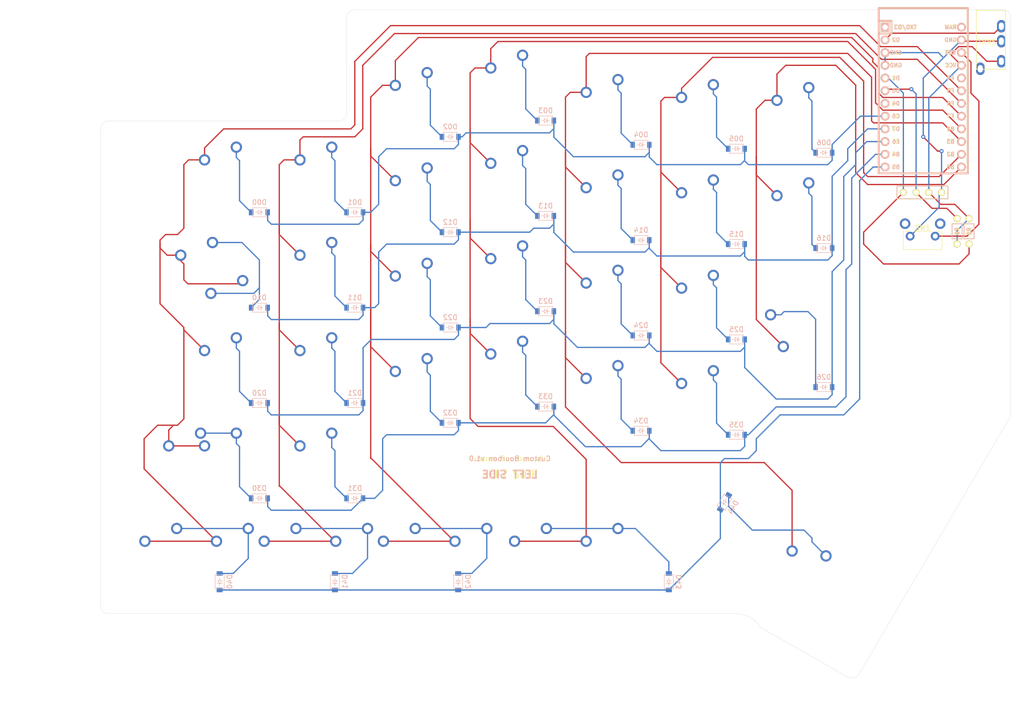
<source format=kicad_pcb>
(kicad_pcb (version 20171130) (host pcbnew 5.1.10)
  (layers (0 F.Cu signal) (31 B.Cu signal) (34 B.Paste user) (35 F.Paste user) (36 B.SilkS user) (37 F.SilkS user) (38 B.Mask user) (39 F.Mask user) (44 Edge.Cuts user))
  (net 0 "")
  (net 1 "Net-(D00-Pad2)")
  (net 2 row0)
  (net 3 "Net-(D01-Pad2)")
  (net 4 "Net-(D02-Pad2)")
  (net 5 "Net-(D03-Pad2)")
  (net 6 "Net-(D04-Pad2)")
  (net 7 "Net-(D05-Pad2)")
  (net 8 "Net-(D06-Pad2)")
  (net 9 "Net-(D10-Pad2)")
  (net 10 row1)
  (net 11 "Net-(D11-Pad2)")
  (net 12 "Net-(D12-Pad2)")
  (net 13 "Net-(D13-Pad2)")
  (net 14 "Net-(D14-Pad2)")
  (net 15 "Net-(D15-Pad2)")
  (net 16 "Net-(D20-Pad2)")
  (net 17 row2)
  (net 18 "Net-(D21-Pad2)")
  (net 19 "Net-(D22-Pad2)")
  (net 20 "Net-(D23-Pad2)")
  (net 21 "Net-(D24-Pad2)")
  (net 22 "Net-(D25-Pad2)")
  (net 23 "Net-(D26-Pad2)")
  (net 24 "Net-(D30-Pad2)")
  (net 25 row3)
  (net 26 "Net-(D31-Pad2)")
  (net 27 "Net-(D32-Pad2)")
  (net 28 "Net-(D33-Pad2)")
  (net 29 "Net-(D34-Pad2)")
  (net 30 "Net-(D35-Pad2)")
  (net 31 "Net-(D40-Pad2)")
  (net 32 row4)
  (net 33 "Net-(D41-Pad2)")
  (net 34 "Net-(D42-Pad2)")
  (net 35 "Net-(D43-Pad2)")
  (net 36 "Net-(D44-Pad2)")
  (net 37 col0)
  (net 38 col1)
  (net 39 col2)
  (net 40 col3)
  (net 41 col4)
  (net 42 col5)
  (net 43 col6)
  (net 44 VCC)
  (net 45 SDA)
  (net 46 SCL)
  (net 47 GND)
  (net 48 RESET)
  (net 49 "Net-(U1-Pad24)")
  (net 50 "Net-(U1-Pad20)")
  (net 51 "Net-(U1-Pad7)")
  (net 52 DATA)
  (net 53 "Net-(U1-Pad1)")
  (net 54 "Net-(TRRS1-PadA)")
  (net 55 "Net-(D16-Pad2)")
  (module MX_Only:MXOnly-1.5U-NoLED (layer F.Cu) (at -89.69375 115.09375)
    (fp_text reference MX432)
    (fp_text value MX-NoLED)
    (pad 2 thru_hole circle (at 2.54 -5.08) (size 2.25 2.25) (drill 1.47) (layers *.Cu B.Mask) (net 35 "Net-(D43-Pad2)"))
    (pad "" np_thru_hole circle (at 0 0) (size 3.9878 3.9878) (drill 3.9878) (layers *.Cu *.Mask))
    (pad 1 thru_hole circle (at -3.81 -2.54) (size 2.25 2.25) (drill 1.47) (layers *.Cu B.Mask) (net 40 col3))
    (pad "" np_thru_hole circle (at -5.08 0 48.0996) (size 1.75 1.75) (drill 1.75) (layers *.Cu *.Mask))
    (pad "" np_thru_hole circle (at 5.08 0 48.0996) (size 1.75 1.75) (drill 1.75) (layers *.Cu *.Mask))
  )
  (module MX_Only:MXOnly-1.25U-NoLED (layer F.Cu) (at -115.8875 115.09375)
    (fp_text reference MX422)
    (fp_text value MX-NoLED)
    (pad 2 thru_hole circle (at 2.54 -5.08) (size 2.25 2.25) (drill 1.47) (layers *.Cu B.Mask) (net 34 "Net-(D42-Pad2)"))
    (pad "" np_thru_hole circle (at 0 0) (size 3.9878 3.9878) (drill 3.9878) (layers *.Cu *.Mask))
    (pad 1 thru_hole circle (at -3.81 -2.54) (size 2.25 2.25) (drill 1.47) (layers *.Cu B.Mask) (net 39 col2))
    (pad "" np_thru_hole circle (at -5.08 0 48.0996) (size 1.75 1.75) (drill 1.75) (layers *.Cu *.Mask))
    (pad "" np_thru_hole circle (at 5.08 0 48.0996) (size 1.75 1.75) (drill 1.75) (layers *.Cu *.Mask))
  )
  (module MX_Only:MXOnly-1.25U-NoLED (layer F.Cu) (at -139.7 115.09375)
    (fp_text reference MX412)
    (fp_text value MX-NoLED)
    (pad 2 thru_hole circle (at 2.54 -5.08) (size 2.25 2.25) (drill 1.47) (layers *.Cu B.Mask) (net 33 "Net-(D41-Pad2)"))
    (pad "" np_thru_hole circle (at 0 0) (size 3.9878 3.9878) (drill 3.9878) (layers *.Cu *.Mask))
    (pad 1 thru_hole circle (at -3.81 -2.54) (size 2.25 2.25) (drill 1.47) (layers *.Cu B.Mask) (net 38 col1))
    (pad "" np_thru_hole circle (at -5.08 0 48.0996) (size 1.75 1.75) (drill 1.75) (layers *.Cu *.Mask))
    (pad "" np_thru_hole circle (at 5.08 0 48.0996) (size 1.75 1.75) (drill 1.75) (layers *.Cu *.Mask))
  )
  (module MX_Only:MXOnly-1.25U-NoLED (layer F.Cu) (at -163.5125 115.09375)
    (fp_text reference MX402)
    (fp_text value MX-NoLED)
    (pad 2 thru_hole circle (at 2.54 -5.08) (size 2.25 2.25) (drill 1.47) (layers *.Cu B.Mask) (net 31 "Net-(D40-Pad2)"))
    (pad "" np_thru_hole circle (at 0 0) (size 3.9878 3.9878) (drill 3.9878) (layers *.Cu *.Mask))
    (pad 1 thru_hole circle (at -3.81 -2.54) (size 2.25 2.25) (drill 1.47) (layers *.Cu B.Mask) (net 37 col0))
    (pad "" np_thru_hole circle (at -5.08 0 48.0996) (size 1.75 1.75) (drill 1.75) (layers *.Cu *.Mask))
    (pad "" np_thru_hole circle (at 5.08 0 48.0996) (size 1.75 1.75) (drill 1.75) (layers *.Cu *.Mask))
  )
  (module MX_Only:MXOnly-1.75U-NoLED (layer F.Cu) (at -158.75 96.04375)
    (fp_text reference MX302)
    (fp_text value MX-NoLED)
    (pad 2 thru_hole circle (at 2.54 -5.08) (size 2.25 2.25) (drill 1.47) (layers *.Cu B.Mask) (net 24 "Net-(D30-Pad2)"))
    (pad "" np_thru_hole circle (at 0 0) (size 3.9878 3.9878) (drill 3.9878) (layers *.Cu *.Mask))
    (pad 1 thru_hole circle (at -3.81 -2.54) (size 2.25 2.25) (drill 1.47) (layers *.Cu B.Mask) (net 37 col0))
    (pad "" np_thru_hole circle (at -5.08 0 48.0996) (size 1.75 1.75) (drill 1.75) (layers *.Cu *.Mask))
    (pad "" np_thru_hole circle (at 5.08 0 48.0996) (size 1.75 1.75) (drill 1.75) (layers *.Cu *.Mask))
  )
  (module MX_Only:MXOnly-1.5U-NoLED (layer F.Cu) (at -156.36875 57.94375)
    (fp_text reference MX102)
    (fp_text value MX-NoLED)
    (pad 2 thru_hole circle (at 2.54 -5.08) (size 2.25 2.25) (drill 1.47) (layers *.Cu B.Mask) (net 9 "Net-(D10-Pad2)"))
    (pad "" np_thru_hole circle (at 0 0) (size 3.9878 3.9878) (drill 3.9878) (layers *.Cu *.Mask))
    (pad 1 thru_hole circle (at -3.81 -2.54) (size 2.25 2.25) (drill 1.47) (layers *.Cu B.Mask) (net 37 col0))
    (pad "" np_thru_hole circle (at -5.08 0 48.0996) (size 1.75 1.75) (drill 1.75) (layers *.Cu *.Mask))
    (pad "" np_thru_hole circle (at 5.08 0 48.0996) (size 1.75 1.75) (drill 1.75) (layers *.Cu *.Mask))
  )
  (module MX_Only:MXOnly-2U-NoLED (layer F.Cu) (at -36.068 118.618 330)
    (fp_text reference MX44)
    (fp_text value MX-NoLED)
    (pad 2 thru_hole circle (at 2.54 -5.08 330) (size 2.25 2.25) (drill 1.47) (layers *.Cu B.Mask) (net 36 "Net-(D44-Pad2)"))
    (pad "" np_thru_hole circle (at 0 0 330) (size 3.9878 3.9878) (drill 3.9878) (layers *.Cu *.Mask))
    (pad 1 thru_hole circle (at -3.81 -2.54 330) (size 2.25 2.25) (drill 1.47) (layers *.Cu B.Mask) (net 41 col4))
    (pad "" np_thru_hole circle (at -5.08 0 18.0996) (size 1.75 1.75) (drill 1.75) (layers *.Cu *.Mask))
    (pad "" np_thru_hole circle (at 5.08 0 18.0996) (size 1.75 1.75) (drill 1.75) (layers *.Cu *.Mask))
    (pad "" np_thru_hole circle (at -11.90625 -6.985 330) (size 3.048 3.048) (drill 3.048) (layers *.Cu *.Mask))
    (pad "" np_thru_hole circle (at 11.90625 -6.985 330) (size 3.048 3.048) (drill 3.048) (layers *.Cu *.Mask))
    (pad "" np_thru_hole circle (at -11.90625 8.255 330) (size 3.9878 3.9878) (drill 3.9878) (layers *.Cu *.Mask))
    (pad "" np_thru_hole circle (at 11.90625 8.255 330) (size 3.9878 3.9878) (drill 3.9878) (layers *.Cu *.Mask))
  )
  (module MX_Only:MXOnly-1.5U-NoLED (layer F.Cu) (at -75.40625 115.09375)
    (fp_text reference MX43)
    (fp_text value MX-NoLED)
    (pad 2 thru_hole circle (at 2.54 -5.08) (size 2.25 2.25) (drill 1.47) (layers *.Cu B.Mask) (net 35 "Net-(D43-Pad2)"))
    (pad "" np_thru_hole circle (at 0 0) (size 3.9878 3.9878) (drill 3.9878) (layers *.Cu *.Mask))
    (pad 1 thru_hole circle (at -3.81 -2.54) (size 2.25 2.25) (drill 1.47) (layers *.Cu B.Mask) (net 40 col3))
    (pad "" np_thru_hole circle (at -5.08 0 48.0996) (size 1.75 1.75) (drill 1.75) (layers *.Cu *.Mask))
    (pad "" np_thru_hole circle (at 5.08 0 48.0996) (size 1.75 1.75) (drill 1.75) (layers *.Cu *.Mask))
  )
  (module MX_Only:MXOnly-1U-NoLED (layer F.Cu) (at -37.30625 46.0375)
    (fp_text reference MX16)
    (fp_text value MX-NoLED)
    (pad 2 thru_hole circle (at 2.54 -5.08) (size 2.25 2.25) (drill 1.47) (layers *.Cu B.Mask) (net 55 "Net-(D16-Pad2)"))
    (pad "" np_thru_hole circle (at 0 0) (size 3.9878 3.9878) (drill 3.9878) (layers *.Cu *.Mask))
    (pad 1 thru_hole circle (at -3.81 -2.54) (size 2.25 2.25) (drill 1.47) (layers *.Cu B.Mask) (net 43 col6))
    (pad "" np_thru_hole circle (at -5.08 0 48.0996) (size 1.75 1.75) (drill 1.75) (layers *.Cu *.Mask))
    (pad "" np_thru_hole circle (at 5.08 0 48.0996) (size 1.75 1.75) (drill 1.75) (layers *.Cu *.Mask))
  )
  (module kbd:D_SOD-123 (layer B.Cu) (at -31.75 53.975 180)
    (fp_text reference D16 (at 0 2) (layer B.SilkS) (effects (justify mirror)))
    (fp_text value D_Small)
    (pad 2 smd rect (at 1.65 0 180) (size 0.9 1.2) (layers B.Cu B.Paste B.Mask) (net 55 "Net-(D16-Pad2)"))
    (pad 1 smd rect (at -1.65 0 180) (size 0.9 1.2) (layers B.Cu B.Paste B.Mask) (net 10 row1))
  )
  (module Keebio-Parts:ArduinoProMicro (layer F.Cu) (at -11.90625 23.8125 270)
    (fp_text reference U1 hide)
    (fp_text value ProMicro hide)
    (fp_text user D2 (at -11.43 5.461) (layer B.SilkS) (effects (font (size 0.8 0.8)) (justify mirror)))
    (fp_text user D0 (at -1.27 5.461) (layer B.SilkS) (effects (font (size 0.8 0.8)) (justify mirror)))
    (fp_text user D1 (at -3.81 5.461) (layer B.SilkS) (effects (font (size 0.8 0.8)) (justify mirror)))
    (fp_text user GND (at -6.35 5.461) (layer B.SilkS) (effects (font (size 0.8 0.8)) (justify mirror)))
    (fp_text user GND (at -8.89 5.461) (layer B.SilkS) (effects (font (size 0.8 0.8)) (justify mirror)))
    (fp_text user D4 (at 1.27 5.461) (layer B.SilkS) (effects (font (size 0.8 0.8)) (justify mirror)))
    (fp_text user C6 (at 3.81 5.461) (layer B.SilkS) (effects (font (size 0.8 0.8)) (justify mirror)))
    (fp_text user D7 (at 6.35 5.461) (layer B.SilkS) (effects (font (size 0.8 0.8)) (justify mirror)))
    (fp_text user E6 (at 8.89 5.461) (layer B.SilkS) (effects (font (size 0.8 0.8)) (justify mirror)))
    (fp_text user B4 (at 11.43 5.461) (layer B.SilkS) (effects (font (size 0.8 0.8)) (justify mirror)))
    (fp_text user B5 (at 13.97 5.461) (layer B.SilkS) (effects (font (size 0.8 0.8)) (justify mirror)))
    (fp_text user B6 (at 13.97 -5.461) (layer B.SilkS) (effects (font (size 0.8 0.8)) (justify mirror)))
    (fp_text user B2 (at 11.43 -5.461) (layer F.SilkS) (effects (font (size 0.8 0.8))))
    (fp_text user B3 (at 8.89 -5.461) (layer B.SilkS) (effects (font (size 0.8 0.8)) (justify mirror)))
    (fp_text user B1 (at 6.35 -5.461) (layer B.SilkS) (effects (font (size 0.8 0.8)) (justify mirror)))
    (fp_text user F7 (at 3.81 -5.461) (layer F.SilkS) (effects (font (size 0.8 0.8))))
    (fp_text user F6 (at 1.27 -5.461) (layer F.SilkS) (effects (font (size 0.8 0.8))))
    (fp_text user F5 (at -1.27 -5.461) (layer F.SilkS) (effects (font (size 0.8 0.8))))
    (fp_text user F4 (at -3.81 -5.461) (layer B.SilkS) (effects (font (size 0.8 0.8)) (justify mirror)))
    (fp_text user VCC (at -6.35 -5.461) (layer B.SilkS) (effects (font (size 0.8 0.8)) (justify mirror)))
    (fp_text user GND (at -11.43 -5.461) (layer B.SilkS) (effects (font (size 0.8 0.8)) (justify mirror)))
    (fp_text user RAW (at -13.97 -5.461) (layer B.SilkS) (effects (font (size 0.8 0.8)) (justify mirror)))
    (fp_text user RAW (at -13.97 -5.461) (layer F.SilkS) (effects (font (size 0.8 0.8))))
    (fp_text user GND (at -11.43 -5.461) (layer F.SilkS) (effects (font (size 0.8 0.8))))
    (fp_text user ST (at -8.92 -5.73312) (layer F.SilkS) (effects (font (size 0.8 0.8))))
    (fp_text user VCC (at -6.35 -5.461) (layer F.SilkS) (effects (font (size 0.8 0.8))))
    (fp_text user F4 (at -3.81 -5.461) (layer F.SilkS) (effects (font (size 0.8 0.8))))
    (fp_text user F5 (at -1.27 -5.461) (layer B.SilkS) (effects (font (size 0.8 0.8)) (justify mirror)))
    (fp_text user F6 (at 1.27 -5.461) (layer B.SilkS) (effects (font (size 0.8 0.8)) (justify mirror)))
    (fp_text user F7 (at 3.81 -5.461) (layer B.SilkS) (effects (font (size 0.8 0.8)) (justify mirror)))
    (fp_text user B1 (at 6.35 -5.461) (layer F.SilkS) (effects (font (size 0.8 0.8))))
    (fp_text user B3 (at 8.89 -5.461) (layer F.SilkS) (effects (font (size 0.8 0.8))))
    (fp_text user B2 (at 11.43 -5.461) (layer B.SilkS) (effects (font (size 0.8 0.8)) (justify mirror)))
    (fp_text user B6 (at 13.97 -5.461) (layer F.SilkS) (effects (font (size 0.8 0.8))))
    (fp_text user B5 (at 13.97 5.461) (layer F.SilkS) (effects (font (size 0.8 0.8))))
    (fp_text user B4 (at 11.43 5.461) (layer F.SilkS) (effects (font (size 0.8 0.8))))
    (fp_text user E6 (at 8.89 5.461) (layer F.SilkS) (effects (font (size 0.8 0.8))))
    (fp_text user D7 (at 6.35 5.461) (layer F.SilkS) (effects (font (size 0.8 0.8))))
    (fp_text user C6 (at 3.81 5.461) (layer F.SilkS) (effects (font (size 0.8 0.8))))
    (fp_text user D4 (at 1.27 5.461) (layer F.SilkS) (effects (font (size 0.8 0.8))))
    (fp_text user GND (at -8.89 5.461) (layer F.SilkS) (effects (font (size 0.8 0.8))))
    (fp_text user GND (at -6.35 5.461) (layer F.SilkS) (effects (font (size 0.8 0.8))))
    (fp_text user D1 (at -3.81 5.461) (layer F.SilkS) (effects (font (size 0.8 0.8))))
    (fp_text user D0 (at -1.27 5.461) (layer F.SilkS) (effects (font (size 0.8 0.8))))
    (fp_text user D2 (at -11.43 5.461) (layer F.SilkS) (effects (font (size 0.8 0.8))))
    (fp_text user TX0/D3 (at -13.97 3.571872) (layer B.SilkS) (effects (font (size 0.8 0.8)) (justify mirror)))
    (fp_text user TX0/D3 (at -13.97 3.571872) (layer F.SilkS) (effects (font (size 0.8 0.8))))
    (fp_text user ST (at -8.91 -5.04) (layer B.SilkS) (effects (font (size 0.8 0.8)) (justify mirror)))
    (pad 1 thru_hole rect (at -13.97 7.62 270) (size 1.7526 1.7526) (drill 1.0922) (layers *.Cu *.SilkS *.Mask) (net 53 "Net-(U1-Pad1)"))
    (pad 2 thru_hole circle (at -11.43 7.62 270) (size 1.7526 1.7526) (drill 1.0922) (layers *.Cu *.SilkS *.Mask) (net 52 DATA))
    (pad 3 thru_hole circle (at -8.89 7.62 270) (size 1.7526 1.7526) (drill 1.0922) (layers *.Cu *.SilkS *.Mask) (net 47 GND))
    (pad 4 thru_hole circle (at -6.35 7.62 270) (size 1.7526 1.7526) (drill 1.0922) (layers *.Cu *.SilkS *.Mask) (net 47 GND))
    (pad 5 thru_hole circle (at -3.81 7.62 270) (size 1.7526 1.7526) (drill 1.0922) (layers *.Cu *.SilkS *.Mask) (net 45 SDA))
    (pad 6 thru_hole circle (at -1.27 7.62 270) (size 1.7526 1.7526) (drill 1.0922) (layers *.Cu *.SilkS *.Mask) (net 46 SCL))
    (pad 7 thru_hole circle (at 1.27 7.62 270) (size 1.7526 1.7526) (drill 1.0922) (layers *.Cu *.SilkS *.Mask) (net 51 "Net-(U1-Pad7)"))
    (pad 8 thru_hole circle (at 3.81 7.62 270) (size 1.7526 1.7526) (drill 1.0922) (layers *.Cu *.SilkS *.Mask) (net 2 row0))
    (pad 9 thru_hole circle (at 6.35 7.62 270) (size 1.7526 1.7526) (drill 1.0922) (layers *.Cu *.SilkS *.Mask) (net 10 row1))
    (pad 10 thru_hole circle (at 8.89 7.62 270) (size 1.7526 1.7526) (drill 1.0922) (layers *.Cu *.SilkS *.Mask) (net 17 row2))
    (pad 11 thru_hole circle (at 11.43 7.62 270) (size 1.7526 1.7526) (drill 1.0922) (layers *.Cu *.SilkS *.Mask) (net 25 row3))
    (pad 13 thru_hole circle (at 13.97 -7.62 270) (size 1.7526 1.7526) (drill 1.0922) (layers *.Cu *.SilkS *.Mask) (net 43 col6))
    (pad 14 thru_hole circle (at 11.43 -7.62 270) (size 1.7526 1.7526) (drill 1.0922) (layers *.Cu *.SilkS *.Mask) (net 42 col5))
    (pad 15 thru_hole circle (at 8.89 -7.62 270) (size 1.7526 1.7526) (drill 1.0922) (layers *.Cu *.SilkS *.Mask) (net 41 col4))
    (pad 16 thru_hole circle (at 6.35 -7.62 270) (size 1.7526 1.7526) (drill 1.0922) (layers *.Cu *.SilkS *.Mask) (net 40 col3))
    (pad 17 thru_hole circle (at 3.81 -7.62 270) (size 1.7526 1.7526) (drill 1.0922) (layers *.Cu *.SilkS *.Mask) (net 39 col2))
    (pad 18 thru_hole circle (at 1.27 -7.62 270) (size 1.7526 1.7526) (drill 1.0922) (layers *.Cu *.SilkS *.Mask) (net 38 col1))
    (pad 19 thru_hole circle (at -1.27 -7.62 270) (size 1.7526 1.7526) (drill 1.0922) (layers *.Cu *.SilkS *.Mask) (net 37 col0))
    (pad 20 thru_hole circle (at -3.81 -7.62 270) (size 1.7526 1.7526) (drill 1.0922) (layers *.Cu *.SilkS *.Mask) (net 50 "Net-(U1-Pad20)"))
    (pad 21 thru_hole circle (at -6.35 -7.62 270) (size 1.7526 1.7526) (drill 1.0922) (layers *.Cu *.SilkS *.Mask) (net 44 VCC))
    (pad 22 thru_hole circle (at -8.89 -7.62 270) (size 1.7526 1.7526) (drill 1.0922) (layers *.Cu *.SilkS *.Mask) (net 48 RESET))
    (pad 23 thru_hole circle (at -11.43 -7.62 270) (size 1.7526 1.7526) (drill 1.0922) (layers *.Cu *.SilkS *.Mask) (net 47 GND))
    (pad 12 thru_hole circle (at 13.97 7.62 270) (size 1.7526 1.7526) (drill 1.0922) (layers *.Cu *.SilkS *.Mask) (net 32 row4))
    (pad 24 thru_hole circle (at -13.97 -7.62 270) (size 1.7526 1.7526) (drill 1.0922) (layers *.Cu *.SilkS *.Mask) (net 49 "Net-(U1-Pad24)"))
  )
  (module kbd:MJ-4PP-9_1side (layer F.Cu) (at 1.5875 6.35)
    (fp_text reference TRRS1)
    (fp_text value MJ-4PP-9 hide)
    (fp_text user TRRS (at -0.75 6.45) (layer F.SilkS))
    (pad A thru_hole oval (at -2.1 11.8) (size 1.7 2.5) (drill oval 1 1.5) (layers *.Cu B.Mask) (net 54 "Net-(TRRS1-PadA)") (clearance 0.15))
    (pad D thru_hole oval (at 2.1 10.3) (size 1.7 2.5) (drill oval 1 1.5) (layers *.Cu B.Mask) (net 44 VCC) (clearance 0.15))
    (pad C thru_hole oval (at 2.1 6.3) (size 1.7 2.5) (drill oval 1 1.5) (layers *.Cu B.Mask) (net 47 GND))
    (pad B thru_hole oval (at 2.1 3.3) (size 1.7 2.5) (drill oval 1 1.5) (layers *.Cu B.Mask) (net 52 DATA))
    (pad "" np_thru_hole circle (at 0 8.5) (size 1.2 1.2) (drill 1.2) (layers *.Cu *.Mask))
    (pad "" np_thru_hole circle (at 0 1.5) (size 1.2 1.2) (drill 1.2) (layers *.Cu *.Mask))
  )
  (module Lily58-footprint:HOLE_M2 (layer F.Cu) (at -19.75 50.75)
    (fp_text reference H2 hide)
    (fp_text value Hole hide)
    (pad "" np_thru_hole circle (at 0 0) (size 2.2 2.2) (drill 2.2) (layers *.Cu *.Mask F.SilkS) (clearance 0.8))
  )
  (module Lily58-footprint:HOLE_M2 (layer F.Cu) (at 2.38125 50.8)
    (fp_text reference H1 hide)
    (fp_text value Hole hide)
    (pad "" np_thru_hole circle (at 0 0) (size 2.2 2.2) (drill 2.2) (layers *.Cu *.Mask F.SilkS) (clearance 0.8))
  )
  (module Keebio-Parts:SW_Tactile_SPST_Angled_MJTP1117 (layer F.Cu) (at -9.525 51.59375 180)
    (fp_text reference SW1 (at 2.5 1.68) (layer F.SilkS))
    (fp_text value SW_Push)
    (pad "" np_thru_hole circle (at 2.5 -1.21 180) (size 1.2 1.2) (drill 1.2) (layers *.Cu *.Mask))
    (pad "" thru_hole circle (at -1 2.49 180) (size 2.1 2.1) (drill 1.3) (layers *.Cu *.Mask))
    (pad 1 thru_hole circle (at 0 0 180) (size 1.75 1.75) (drill 0.99) (layers *.Cu *.Mask) (net 48 RESET))
    (pad 2 thru_hole circle (at 5 0 180) (size 1.75 1.75) (drill 0.99) (layers *.Cu *.Mask) (net 47 GND))
    (pad "" thru_hole circle (at 6.01 2.49 180) (size 2.1 2.1) (drill 1.3) (layers *.Cu *.Mask))
  )
  (module kbd:D_SOD-123 (layer B.Cu) (at -51.59375 104.775 60)
    (fp_text reference D44 (at 0 2 60) (layer B.SilkS) (effects (justify mirror)))
    (fp_text value D_Small)
    (pad 2 smd rect (at 1.65 0 60) (size 0.9 1.2) (layers B.Cu B.Paste B.Mask) (net 36 "Net-(D44-Pad2)"))
    (pad 1 smd rect (at -1.65 0 60) (size 0.9 1.2) (layers B.Cu B.Paste B.Mask) (net 32 row4))
  )
  (module kbd:D_SOD-123 (layer B.Cu) (at -62.70625 120.65 90)
    (fp_text reference D43 (at 0 2 90) (layer B.SilkS) (effects (justify mirror)))
    (fp_text value D_Small)
    (pad 2 smd rect (at 1.65 0 90) (size 0.9 1.2) (layers B.Cu B.Paste B.Mask) (net 35 "Net-(D43-Pad2)"))
    (pad 1 smd rect (at -1.65 0 90) (size 0.9 1.2) (layers B.Cu B.Paste B.Mask) (net 32 row4))
  )
  (module kbd:D_SOD-123 (layer B.Cu) (at -104.775 120.65 90)
    (fp_text reference D42 (at 0 2 90) (layer B.SilkS) (effects (justify mirror)))
    (fp_text value D_Small)
    (pad 2 smd rect (at 1.65 0 90) (size 0.9 1.2) (layers B.Cu B.Paste B.Mask) (net 34 "Net-(D42-Pad2)"))
    (pad 1 smd rect (at -1.65 0 90) (size 0.9 1.2) (layers B.Cu B.Paste B.Mask) (net 32 row4))
  )
  (module kbd:D_SOD-123 (layer B.Cu) (at -129.38125 120.65 90)
    (fp_text reference D41 (at 0 2 90) (layer B.SilkS) (effects (justify mirror)))
    (fp_text value D_Small)
    (pad 2 smd rect (at 1.65 0 90) (size 0.9 1.2) (layers B.Cu B.Paste B.Mask) (net 33 "Net-(D41-Pad2)"))
    (pad 1 smd rect (at -1.65 0 90) (size 0.9 1.2) (layers B.Cu B.Paste B.Mask) (net 32 row4))
  )
  (module kbd:D_SOD-123 (layer B.Cu) (at -152.4 120.65 90)
    (fp_text reference D40 (at 0 2 90) (layer B.SilkS) (effects (justify mirror)))
    (fp_text value D_Small)
    (pad 2 smd rect (at 1.65 0 90) (size 0.9 1.2) (layers B.Cu B.Paste B.Mask) (net 31 "Net-(D40-Pad2)"))
    (pad 1 smd rect (at -1.65 0 90) (size 0.9 1.2) (layers B.Cu B.Paste B.Mask) (net 32 row4))
  )
  (module kbd:D_SOD-123 (layer B.Cu) (at -49.2125 91.28125 180)
    (fp_text reference D35 (at 0 2) (layer B.SilkS) (effects (justify mirror)))
    (fp_text value D_Small)
    (pad 2 smd rect (at 1.65 0 180) (size 0.9 1.2) (layers B.Cu B.Paste B.Mask) (net 30 "Net-(D35-Pad2)"))
    (pad 1 smd rect (at -1.65 0 180) (size 0.9 1.2) (layers B.Cu B.Paste B.Mask) (net 25 row3))
  )
  (module kbd:D_SOD-123 (layer B.Cu) (at -68.2625 90.4875 180)
    (fp_text reference D34 (at 0 2) (layer B.SilkS) (effects (justify mirror)))
    (fp_text value D_Small)
    (pad 2 smd rect (at 1.65 0 180) (size 0.9 1.2) (layers B.Cu B.Paste B.Mask) (net 29 "Net-(D34-Pad2)"))
    (pad 1 smd rect (at -1.65 0 180) (size 0.9 1.2) (layers B.Cu B.Paste B.Mask) (net 25 row3))
  )
  (module kbd:D_SOD-123 (layer B.Cu) (at -87.3125 85.65 180)
    (fp_text reference D33 (at 0 2) (layer B.SilkS) (effects (justify mirror)))
    (fp_text value D_Small)
    (pad 2 smd rect (at 1.65 0 180) (size 0.9 1.2) (layers B.Cu B.Paste B.Mask) (net 28 "Net-(D33-Pad2)"))
    (pad 1 smd rect (at -1.65 0 180) (size 0.9 1.2) (layers B.Cu B.Paste B.Mask) (net 25 row3))
  )
  (module kbd:D_SOD-123 (layer B.Cu) (at -106.3625 88.9 180)
    (fp_text reference D32 (at 0 2) (layer B.SilkS) (effects (justify mirror)))
    (fp_text value D_Small)
    (pad 2 smd rect (at 1.65 0 180) (size 0.9 1.2) (layers B.Cu B.Paste B.Mask) (net 27 "Net-(D32-Pad2)"))
    (pad 1 smd rect (at -1.65 0 180) (size 0.9 1.2) (layers B.Cu B.Paste B.Mask) (net 25 row3))
  )
  (module kbd:D_SOD-123 (layer B.Cu) (at -125.4125 103.98125 180)
    (fp_text reference D31 (at 0 2) (layer B.SilkS) (effects (justify mirror)))
    (fp_text value D_Small)
    (pad 2 smd rect (at 1.65 0 180) (size 0.9 1.2) (layers B.Cu B.Paste B.Mask) (net 26 "Net-(D31-Pad2)"))
    (pad 1 smd rect (at -1.65 0 180) (size 0.9 1.2) (layers B.Cu B.Paste B.Mask) (net 25 row3))
  )
  (module kbd:D_SOD-123 (layer B.Cu) (at -144.4625 103.98125 180)
    (fp_text reference D30 (at 0 2) (layer B.SilkS) (effects (justify mirror)))
    (fp_text value D_Small)
    (pad 2 smd rect (at 1.65 0 180) (size 0.9 1.2) (layers B.Cu B.Paste B.Mask) (net 24 "Net-(D30-Pad2)"))
    (pad 1 smd rect (at -1.65 0 180) (size 0.9 1.2) (layers B.Cu B.Paste B.Mask) (net 25 row3))
  )
  (module kbd:D_SOD-123 (layer B.Cu) (at -31.75 81.75625 180)
    (fp_text reference D26 (at 0 2) (layer B.SilkS) (effects (justify mirror)))
    (fp_text value D_Small)
    (pad 2 smd rect (at 1.65 0 180) (size 0.9 1.2) (layers B.Cu B.Paste B.Mask) (net 23 "Net-(D26-Pad2)"))
    (pad 1 smd rect (at -1.65 0 180) (size 0.9 1.2) (layers B.Cu B.Paste B.Mask) (net 17 row2))
  )
  (module kbd:D_SOD-123 (layer B.Cu) (at -49.2125 72.23125 180)
    (fp_text reference D25 (at 0 2) (layer B.SilkS) (effects (justify mirror)))
    (fp_text value D_Small)
    (pad 2 smd rect (at 1.65 0 180) (size 0.9 1.2) (layers B.Cu B.Paste B.Mask) (net 22 "Net-(D25-Pad2)"))
    (pad 1 smd rect (at -1.65 0 180) (size 0.9 1.2) (layers B.Cu B.Paste B.Mask) (net 17 row2))
  )
  (module kbd:D_SOD-123 (layer B.Cu) (at -68.2625 71.4375 180)
    (fp_text reference D24 (at 0 2) (layer B.SilkS) (effects (justify mirror)))
    (fp_text value D_Small)
    (pad 2 smd rect (at 1.65 0 180) (size 0.9 1.2) (layers B.Cu B.Paste B.Mask) (net 21 "Net-(D24-Pad2)"))
    (pad 1 smd rect (at -1.65 0 180) (size 0.9 1.2) (layers B.Cu B.Paste B.Mask) (net 17 row2))
  )
  (module kbd:D_SOD-123 (layer B.Cu) (at -87.3125 66.6 180)
    (fp_text reference D23 (at 0 2) (layer B.SilkS) (effects (justify mirror)))
    (fp_text value D_Small)
    (pad 2 smd rect (at 1.65 0 180) (size 0.9 1.2) (layers B.Cu B.Paste B.Mask) (net 20 "Net-(D23-Pad2)"))
    (pad 1 smd rect (at -1.65 0 180) (size 0.9 1.2) (layers B.Cu B.Paste B.Mask) (net 17 row2))
  )
  (module kbd:D_SOD-123 (layer B.Cu) (at -106.3625 69.85 180)
    (fp_text reference D22 (at 0 2) (layer B.SilkS) (effects (justify mirror)))
    (fp_text value D_Small)
    (pad 2 smd rect (at 1.65 0 180) (size 0.9 1.2) (layers B.Cu B.Paste B.Mask) (net 19 "Net-(D22-Pad2)"))
    (pad 1 smd rect (at -1.65 0 180) (size 0.9 1.2) (layers B.Cu B.Paste B.Mask) (net 17 row2))
  )
  (module kbd:D_SOD-123 (layer B.Cu) (at -125.4125 84.93125 180)
    (fp_text reference D21 (at 0 2) (layer B.SilkS) (effects (justify mirror)))
    (fp_text value D_Small)
    (pad 2 smd rect (at 1.65 0 180) (size 0.9 1.2) (layers B.Cu B.Paste B.Mask) (net 18 "Net-(D21-Pad2)"))
    (pad 1 smd rect (at -1.65 0 180) (size 0.9 1.2) (layers B.Cu B.Paste B.Mask) (net 17 row2))
  )
  (module kbd:D_SOD-123 (layer B.Cu) (at -144.4625 84.93125 180)
    (fp_text reference D20 (at 0 2) (layer B.SilkS) (effects (justify mirror)))
    (fp_text value D_Small)
    (pad 2 smd rect (at 1.65 0 180) (size 0.9 1.2) (layers B.Cu B.Paste B.Mask) (net 16 "Net-(D20-Pad2)"))
    (pad 1 smd rect (at -1.65 0 180) (size 0.9 1.2) (layers B.Cu B.Paste B.Mask) (net 17 row2))
  )
  (module kbd:D_SOD-123 (layer B.Cu) (at -49.2125 53.18125 180)
    (fp_text reference D15 (at 0 2) (layer B.SilkS) (effects (justify mirror)))
    (fp_text value D_Small)
    (pad 2 smd rect (at 1.65 0 180) (size 0.9 1.2) (layers B.Cu B.Paste B.Mask) (net 15 "Net-(D15-Pad2)"))
    (pad 1 smd rect (at -1.65 0 180) (size 0.9 1.2) (layers B.Cu B.Paste B.Mask) (net 10 row1))
  )
  (module kbd:D_SOD-123 (layer B.Cu) (at -68.2625 52.3875 180)
    (fp_text reference D14 (at 0 2) (layer B.SilkS) (effects (justify mirror)))
    (fp_text value D_Small)
    (pad 2 smd rect (at 1.65 0 180) (size 0.9 1.2) (layers B.Cu B.Paste B.Mask) (net 14 "Net-(D14-Pad2)"))
    (pad 1 smd rect (at -1.65 0 180) (size 0.9 1.2) (layers B.Cu B.Paste B.Mask) (net 10 row1))
  )
  (module kbd:D_SOD-123 (layer B.Cu) (at -87.3125 47.55 180)
    (fp_text reference D13 (at 0 2) (layer B.SilkS) (effects (justify mirror)))
    (fp_text value D_Small)
    (pad 2 smd rect (at 1.65 0 180) (size 0.9 1.2) (layers B.Cu B.Paste B.Mask) (net 13 "Net-(D13-Pad2)"))
    (pad 1 smd rect (at -1.65 0 180) (size 0.9 1.2) (layers B.Cu B.Paste B.Mask) (net 10 row1))
  )
  (module kbd:D_SOD-123 (layer B.Cu) (at -106.3625 50.8 180)
    (fp_text reference D12 (at 0 2) (layer B.SilkS) (effects (justify mirror)))
    (fp_text value D_Small)
    (pad 2 smd rect (at 1.65 0 180) (size 0.9 1.2) (layers B.Cu B.Paste B.Mask) (net 12 "Net-(D12-Pad2)"))
    (pad 1 smd rect (at -1.65 0 180) (size 0.9 1.2) (layers B.Cu B.Paste B.Mask) (net 10 row1))
  )
  (module kbd:D_SOD-123 (layer B.Cu) (at -125.4125 65.88125 180)
    (fp_text reference D11 (at 0 2) (layer B.SilkS) (effects (justify mirror)))
    (fp_text value D_Small)
    (pad 2 smd rect (at 1.65 0 180) (size 0.9 1.2) (layers B.Cu B.Paste B.Mask) (net 11 "Net-(D11-Pad2)"))
    (pad 1 smd rect (at -1.65 0 180) (size 0.9 1.2) (layers B.Cu B.Paste B.Mask) (net 10 row1))
  )
  (module kbd:D_SOD-123 (layer B.Cu) (at -144.4625 65.88125 180)
    (fp_text reference D10 (at 0 2) (layer B.SilkS) (effects (justify mirror)))
    (fp_text value D_Small)
    (pad 2 smd rect (at 1.65 0 180) (size 0.9 1.2) (layers B.Cu B.Paste B.Mask) (net 9 "Net-(D10-Pad2)"))
    (pad 1 smd rect (at -1.65 0 180) (size 0.9 1.2) (layers B.Cu B.Paste B.Mask) (net 10 row1))
  )
  (module kbd:D_SOD-123 (layer B.Cu) (at -31.75 34.925 180)
    (fp_text reference D06 (at 0 2) (layer B.SilkS) (effects (justify mirror)))
    (fp_text value D_Small)
    (pad 2 smd rect (at 1.65 0 180) (size 0.9 1.2) (layers B.Cu B.Paste B.Mask) (net 8 "Net-(D06-Pad2)"))
    (pad 1 smd rect (at -1.65 0 180) (size 0.9 1.2) (layers B.Cu B.Paste B.Mask) (net 2 row0))
  )
  (module kbd:D_SOD-123 (layer B.Cu) (at -49.2125 34.13125 180)
    (fp_text reference D05 (at 0 2) (layer B.SilkS) (effects (justify mirror)))
    (fp_text value D_Small)
    (pad 2 smd rect (at 1.65 0 180) (size 0.9 1.2) (layers B.Cu B.Paste B.Mask) (net 7 "Net-(D05-Pad2)"))
    (pad 1 smd rect (at -1.65 0 180) (size 0.9 1.2) (layers B.Cu B.Paste B.Mask) (net 2 row0))
  )
  (module kbd:D_SOD-123 (layer B.Cu) (at -68.2625 33.3375 180)
    (fp_text reference D04 (at 0 2) (layer B.SilkS) (effects (justify mirror)))
    (fp_text value D_Small)
    (pad 2 smd rect (at 1.65 0 180) (size 0.9 1.2) (layers B.Cu B.Paste B.Mask) (net 6 "Net-(D04-Pad2)"))
    (pad 1 smd rect (at -1.65 0 180) (size 0.9 1.2) (layers B.Cu B.Paste B.Mask) (net 2 row0))
  )
  (module kbd:D_SOD-123 (layer B.Cu) (at -87.3125 28.5 180)
    (fp_text reference D03 (at 0 2) (layer B.SilkS) (effects (justify mirror)))
    (fp_text value D_Small)
    (pad 2 smd rect (at 1.65 0 180) (size 0.9 1.2) (layers B.Cu B.Paste B.Mask) (net 5 "Net-(D03-Pad2)"))
    (pad 1 smd rect (at -1.65 0 180) (size 0.9 1.2) (layers B.Cu B.Paste B.Mask) (net 2 row0))
  )
  (module kbd:D_SOD-123 (layer B.Cu) (at -106.3625 31.75 180)
    (fp_text reference D02 (at 0 2) (layer B.SilkS) (effects (justify mirror)))
    (fp_text value D_Small)
    (pad 2 smd rect (at 1.65 0 180) (size 0.9 1.2) (layers B.Cu B.Paste B.Mask) (net 4 "Net-(D02-Pad2)"))
    (pad 1 smd rect (at -1.65 0 180) (size 0.9 1.2) (layers B.Cu B.Paste B.Mask) (net 2 row0))
  )
  (module kbd:D_SOD-123 (layer B.Cu) (at -125.4125 46.83125 180)
    (fp_text reference D01 (at 0 2) (layer B.SilkS) (effects (justify mirror)))
    (fp_text value D_Small)
    (pad 2 smd rect (at 1.65 0 180) (size 0.9 1.2) (layers B.Cu B.Paste B.Mask) (net 3 "Net-(D01-Pad2)"))
    (pad 1 smd rect (at -1.65 0 180) (size 0.9 1.2) (layers B.Cu B.Paste B.Mask) (net 2 row0))
  )
  (module kbd:D_SOD-123 (layer B.Cu) (at -144.4625 46.83125 180)
    (fp_text reference D00 (at 0 2) (layer B.SilkS) (effects (justify mirror)))
    (fp_text value D_Small)
    (pad 2 smd rect (at 1.65 0 180) (size 0.9 1.2) (layers B.Cu B.Paste B.Mask) (net 1 "Net-(D00-Pad2)"))
    (pad 1 smd rect (at -1.65 0 180) (size 0.9 1.2) (layers B.Cu B.Paste B.Mask) (net 2 row0))
  )
  (module MX_Only:MXOnly-1.25U-NoLED (layer F.Cu) (at -125.4125 115.09375)
    (fp_text reference MX41)
    (fp_text value MX-NoLED)
    (pad 2 thru_hole circle (at 2.54 -5.08) (size 2.25 2.25) (drill 1.47) (layers *.Cu B.Mask) (net 33 "Net-(D41-Pad2)"))
    (pad "" np_thru_hole circle (at 0 0) (size 3.9878 3.9878) (drill 3.9878) (layers *.Cu *.Mask))
    (pad 1 thru_hole circle (at -3.81 -2.54) (size 2.25 2.25) (drill 1.47) (layers *.Cu B.Mask) (net 38 col1))
    (pad "" np_thru_hole circle (at -5.08 0 48.0996) (size 1.75 1.75) (drill 1.75) (layers *.Cu *.Mask))
    (pad "" np_thru_hole circle (at 5.08 0 48.0996) (size 1.75 1.75) (drill 1.75) (layers *.Cu *.Mask))
  )
  (module MX_Only:MXOnly-1U-NoLED (layer F.Cu) (at -113.50625 24.003)
    (fp_text reference MX02)
    (fp_text value MX-NoLED)
    (pad 2 thru_hole circle (at 2.54 -5.08) (size 2.25 2.25) (drill 1.47) (layers *.Cu B.Mask) (net 4 "Net-(D02-Pad2)"))
    (pad "" np_thru_hole circle (at 0 0) (size 3.9878 3.9878) (drill 3.9878) (layers *.Cu *.Mask))
    (pad 1 thru_hole circle (at -3.81 -2.54) (size 2.25 2.25) (drill 1.47) (layers *.Cu B.Mask) (net 39 col2))
    (pad "" np_thru_hole circle (at -5.08 0 48.0996) (size 1.75 1.75) (drill 1.75) (layers *.Cu *.Mask))
    (pad "" np_thru_hole circle (at 5.08 0 48.0996) (size 1.75 1.75) (drill 1.75) (layers *.Cu *.Mask))
  )
  (module MX_Only:MXOnly-1.5U-NoLED (layer F.Cu) (at -37.30625 69.85 90)
    (fp_text reference MX26)
    (fp_text value MX-NoLED)
    (pad 2 thru_hole circle (at 2.54 -5.08 90) (size 2.25 2.25) (drill 1.47) (layers *.Cu B.Mask) (net 23 "Net-(D26-Pad2)"))
    (pad "" np_thru_hole circle (at 0 0 90) (size 3.9878 3.9878) (drill 3.9878) (layers *.Cu *.Mask))
    (pad 1 thru_hole circle (at -3.81 -2.54 90) (size 2.25 2.25) (drill 1.47) (layers *.Cu B.Mask) (net 43 col6))
    (pad "" np_thru_hole circle (at -5.08 0 138.0996) (size 1.75 1.75) (drill 1.75) (layers *.Cu *.Mask))
    (pad "" np_thru_hole circle (at 5.08 0 138.0996) (size 1.75 1.75) (drill 1.75) (layers *.Cu *.Mask))
  )
  (module MX_Only:MXOnly-1U-NoLED (layer F.Cu) (at -56.35625 45.466)
    (fp_text reference MX15)
    (fp_text value MX-NoLED)
    (pad 2 thru_hole circle (at 2.54 -5.08) (size 2.25 2.25) (drill 1.47) (layers *.Cu B.Mask) (net 15 "Net-(D15-Pad2)"))
    (pad "" np_thru_hole circle (at 0 0) (size 3.9878 3.9878) (drill 3.9878) (layers *.Cu *.Mask))
    (pad 1 thru_hole circle (at -3.81 -2.54) (size 2.25 2.25) (drill 1.47) (layers *.Cu B.Mask) (net 42 col5))
    (pad "" np_thru_hole circle (at -5.08 0 48.0996) (size 1.75 1.75) (drill 1.75) (layers *.Cu *.Mask))
    (pad "" np_thru_hole circle (at 5.08 0 48.0996) (size 1.75 1.75) (drill 1.75) (layers *.Cu *.Mask))
  )
  (module MX_Only:MXOnly-1U-NoLED (layer F.Cu) (at -113.50625 43.053)
    (fp_text reference MX12)
    (fp_text value MX-NoLED)
    (pad 2 thru_hole circle (at 2.54 -5.08) (size 2.25 2.25) (drill 1.47) (layers *.Cu B.Mask) (net 12 "Net-(D12-Pad2)"))
    (pad "" np_thru_hole circle (at 0 0) (size 3.9878 3.9878) (drill 3.9878) (layers *.Cu *.Mask))
    (pad 1 thru_hole circle (at -3.81 -2.54) (size 2.25 2.25) (drill 1.47) (layers *.Cu B.Mask) (net 39 col2))
    (pad "" np_thru_hole circle (at -5.08 0 48.0996) (size 1.75 1.75) (drill 1.75) (layers *.Cu *.Mask))
    (pad "" np_thru_hole circle (at 5.08 0 48.0996) (size 1.75 1.75) (drill 1.75) (layers *.Cu *.Mask))
  )
  (module MX_Only:MXOnly-1U-NoLED (layer F.Cu) (at -56.35625 26.416)
    (fp_text reference MX05)
    (fp_text value MX-NoLED)
    (pad 2 thru_hole circle (at 2.54 -5.08) (size 2.25 2.25) (drill 1.47) (layers *.Cu B.Mask) (net 7 "Net-(D05-Pad2)"))
    (pad "" np_thru_hole circle (at 0 0) (size 3.9878 3.9878) (drill 3.9878) (layers *.Cu *.Mask))
    (pad 1 thru_hole circle (at -3.81 -2.54) (size 2.25 2.25) (drill 1.47) (layers *.Cu B.Mask) (net 42 col5))
    (pad "" np_thru_hole circle (at -5.08 0 48.0996) (size 1.75 1.75) (drill 1.75) (layers *.Cu *.Mask))
    (pad "" np_thru_hole circle (at 5.08 0 48.0996) (size 1.75 1.75) (drill 1.75) (layers *.Cu *.Mask))
  )
  (module Lily58-footprint:RESISTOR_mini (layer F.Cu) (at -2.7575 50.62625 90)
    (fp_text reference R2 (at 0 0 90) (layer F.SilkS) (effects (font (size 0.8 0.8))))
    (fp_text value 4.7k hide)
    (fp_text user R1 (at 0 0 90) (layer B.SilkS) (effects (font (size 0.8 0.8)) (justify mirror)))
    (pad 2 thru_hole circle (at 2.54 0 90) (size 1.397 1.397) (drill 0.8128) (layers *.Cu *.Mask F.SilkS) (net 44 VCC))
    (pad 1 thru_hole circle (at -2.54 0 90) (size 1.397 1.397) (drill 0.8128) (layers *.Cu *.Mask F.SilkS) (net 45 SDA))
  )
  (module Lily58-footprint:RESISTOR_mini (layer F.Cu) (at -5.13875 50.62625 270)
    (fp_text reference R1 (at 0 0 90) (layer F.SilkS) (effects (font (size 0.8 0.8))))
    (fp_text value 4.7k hide)
    (fp_text user R1 (at 0 0 90) (layer B.SilkS) (effects (font (size 0.8 0.8)) (justify mirror)))
    (pad 2 thru_hole circle (at 2.54 0 270) (size 1.397 1.397) (drill 0.8128) (layers *.Cu *.Mask F.SilkS) (net 44 VCC))
    (pad 1 thru_hole circle (at -2.54 0 270) (size 1.397 1.397) (drill 0.8128) (layers *.Cu *.Mask F.SilkS) (net 46 SCL))
  )
  (module Lily58-footprint:OLED_4Pin (layer F.Cu) (at -15.875 42.8625)
    (fp_text reference OL1 hide)
    (fp_text value OLED hide)
    (pad 4 thru_hole circle (at 7.62 0) (size 1.397 1.397) (drill 0.8128) (layers *.Cu *.Mask F.SilkS) (net 47 GND))
    (pad 3 thru_hole circle (at 5.08 0) (size 1.397 1.397) (drill 0.8128) (layers *.Cu *.Mask F.SilkS) (net 44 VCC))
    (pad 2 thru_hole circle (at 2.54 0) (size 1.397 1.397) (drill 0.8128) (layers *.Cu *.Mask F.SilkS) (net 46 SCL))
    (pad 1 thru_hole circle (at 0 0) (size 1.397 1.397) (drill 0.8128) (layers *.Cu *.Mask F.SilkS) (net 45 SDA))
  )
  (module MX_Only:MXOnly-1.25U-NoLED (layer F.Cu) (at -101.6 115.09375)
    (fp_text reference MX42)
    (fp_text value MX-NoLED)
    (pad 2 thru_hole circle (at 2.54 -5.08) (size 2.25 2.25) (drill 1.47) (layers *.Cu B.Mask) (net 34 "Net-(D42-Pad2)"))
    (pad "" np_thru_hole circle (at 0 0) (size 3.9878 3.9878) (drill 3.9878) (layers *.Cu *.Mask))
    (pad 1 thru_hole circle (at -3.81 -2.54) (size 2.25 2.25) (drill 1.47) (layers *.Cu B.Mask) (net 39 col2))
    (pad "" np_thru_hole circle (at -5.08 0 48.0996) (size 1.75 1.75) (drill 1.75) (layers *.Cu *.Mask))
    (pad "" np_thru_hole circle (at 5.08 0 48.0996) (size 1.75 1.75) (drill 1.75) (layers *.Cu *.Mask))
  )
  (module MX_Only:MXOnly-1.25U-NoLED (layer F.Cu) (at -149.225 115.09375)
    (fp_text reference MX40)
    (fp_text value MX-NoLED)
    (pad 2 thru_hole circle (at 2.54 -5.08) (size 2.25 2.25) (drill 1.47) (layers *.Cu B.Mask) (net 31 "Net-(D40-Pad2)"))
    (pad "" np_thru_hole circle (at 0 0) (size 3.9878 3.9878) (drill 3.9878) (layers *.Cu *.Mask))
    (pad 1 thru_hole circle (at -3.81 -2.54) (size 2.25 2.25) (drill 1.47) (layers *.Cu B.Mask) (net 37 col0))
    (pad "" np_thru_hole circle (at -5.08 0 48.0996) (size 1.75 1.75) (drill 1.75) (layers *.Cu *.Mask))
    (pad "" np_thru_hole circle (at 5.08 0 48.0996) (size 1.75 1.75) (drill 1.75) (layers *.Cu *.Mask))
  )
  (module MX_Only:MXOnly-1U-NoLED (layer F.Cu) (at -56.35625 83.566)
    (fp_text reference MX35)
    (fp_text value MX-NoLED)
    (pad 2 thru_hole circle (at 2.54 -5.08) (size 2.25 2.25) (drill 1.47) (layers *.Cu B.Mask) (net 30 "Net-(D35-Pad2)"))
    (pad "" np_thru_hole circle (at 0 0) (size 3.9878 3.9878) (drill 3.9878) (layers *.Cu *.Mask))
    (pad 1 thru_hole circle (at -3.81 -2.54) (size 2.25 2.25) (drill 1.47) (layers *.Cu B.Mask) (net 42 col5))
    (pad "" np_thru_hole circle (at -5.08 0 48.0996) (size 1.75 1.75) (drill 1.75) (layers *.Cu *.Mask))
    (pad "" np_thru_hole circle (at 5.08 0 48.0996) (size 1.75 1.75) (drill 1.75) (layers *.Cu *.Mask))
  )
  (module MX_Only:MXOnly-1U-NoLED (layer F.Cu) (at -75.40625 82.55)
    (fp_text reference MX34)
    (fp_text value MX-NoLED)
    (pad 2 thru_hole circle (at 2.54 -5.08) (size 2.25 2.25) (drill 1.47) (layers *.Cu B.Mask) (net 29 "Net-(D34-Pad2)"))
    (pad "" np_thru_hole circle (at 0 0) (size 3.9878 3.9878) (drill 3.9878) (layers *.Cu *.Mask))
    (pad 1 thru_hole circle (at -3.81 -2.54) (size 2.25 2.25) (drill 1.47) (layers *.Cu B.Mask) (net 41 col4))
    (pad "" np_thru_hole circle (at -5.08 0 48.0996) (size 1.75 1.75) (drill 1.75) (layers *.Cu *.Mask))
    (pad "" np_thru_hole circle (at 5.08 0 48.0996) (size 1.75 1.75) (drill 1.75) (layers *.Cu *.Mask))
  )
  (module MX_Only:MXOnly-1U-NoLED (layer F.Cu) (at -94.45625 77.68075)
    (fp_text reference MX33)
    (fp_text value MX-NoLED)
    (pad 2 thru_hole circle (at 2.54 -5.08) (size 2.25 2.25) (drill 1.47) (layers *.Cu B.Mask) (net 28 "Net-(D33-Pad2)"))
    (pad "" np_thru_hole circle (at 0 0) (size 3.9878 3.9878) (drill 3.9878) (layers *.Cu *.Mask))
    (pad 1 thru_hole circle (at -3.81 -2.54) (size 2.25 2.25) (drill 1.47) (layers *.Cu B.Mask) (net 40 col3))
    (pad "" np_thru_hole circle (at -5.08 0 48.0996) (size 1.75 1.75) (drill 1.75) (layers *.Cu *.Mask))
    (pad "" np_thru_hole circle (at 5.08 0 48.0996) (size 1.75 1.75) (drill 1.75) (layers *.Cu *.Mask))
  )
  (module MX_Only:MXOnly-1U-NoLED (layer F.Cu) (at -113.50625 81.153)
    (fp_text reference MX32)
    (fp_text value MX-NoLED)
    (pad 2 thru_hole circle (at 2.54 -5.08) (size 2.25 2.25) (drill 1.47) (layers *.Cu B.Mask) (net 27 "Net-(D32-Pad2)"))
    (pad "" np_thru_hole circle (at 0 0) (size 3.9878 3.9878) (drill 3.9878) (layers *.Cu *.Mask))
    (pad 1 thru_hole circle (at -3.81 -2.54) (size 2.25 2.25) (drill 1.47) (layers *.Cu B.Mask) (net 39 col2))
    (pad "" np_thru_hole circle (at -5.08 0 48.0996) (size 1.75 1.75) (drill 1.75) (layers *.Cu *.Mask))
    (pad "" np_thru_hole circle (at 5.08 0 48.0996) (size 1.75 1.75) (drill 1.75) (layers *.Cu *.Mask))
  )
  (module MX_Only:MXOnly-1U-NoLED (layer F.Cu) (at -132.55625 96.04375)
    (fp_text reference MX31)
    (fp_text value MX-NoLED)
    (pad 2 thru_hole circle (at 2.54 -5.08) (size 2.25 2.25) (drill 1.47) (layers *.Cu B.Mask) (net 26 "Net-(D31-Pad2)"))
    (pad "" np_thru_hole circle (at 0 0) (size 3.9878 3.9878) (drill 3.9878) (layers *.Cu *.Mask))
    (pad 1 thru_hole circle (at -3.81 -2.54) (size 2.25 2.25) (drill 1.47) (layers *.Cu B.Mask) (net 38 col1))
    (pad "" np_thru_hole circle (at -5.08 0 48.0996) (size 1.75 1.75) (drill 1.75) (layers *.Cu *.Mask))
    (pad "" np_thru_hole circle (at 5.08 0 48.0996) (size 1.75 1.75) (drill 1.75) (layers *.Cu *.Mask))
  )
  (module MX_Only:MXOnly-1U-NoLED (layer F.Cu) (at -151.60625 96.04375)
    (fp_text reference MX30)
    (fp_text value MX-NoLED)
    (pad 2 thru_hole circle (at 2.54 -5.08) (size 2.25 2.25) (drill 1.47) (layers *.Cu B.Mask) (net 24 "Net-(D30-Pad2)"))
    (pad "" np_thru_hole circle (at 0 0) (size 3.9878 3.9878) (drill 3.9878) (layers *.Cu *.Mask))
    (pad 1 thru_hole circle (at -3.81 -2.54) (size 2.25 2.25) (drill 1.47) (layers *.Cu B.Mask) (net 37 col0))
    (pad "" np_thru_hole circle (at -5.08 0 48.0996) (size 1.75 1.75) (drill 1.75) (layers *.Cu *.Mask))
    (pad "" np_thru_hole circle (at 5.08 0 48.0996) (size 1.75 1.75) (drill 1.75) (layers *.Cu *.Mask))
  )
  (module MX_Only:MXOnly-1U-NoLED (layer F.Cu) (at -56.35625 64.516)
    (fp_text reference MX25)
    (fp_text value MX-NoLED)
    (pad 2 thru_hole circle (at 2.54 -5.08) (size 2.25 2.25) (drill 1.47) (layers *.Cu B.Mask) (net 22 "Net-(D25-Pad2)"))
    (pad "" np_thru_hole circle (at 0 0) (size 3.9878 3.9878) (drill 3.9878) (layers *.Cu *.Mask))
    (pad 1 thru_hole circle (at -3.81 -2.54) (size 2.25 2.25) (drill 1.47) (layers *.Cu B.Mask) (net 42 col5))
    (pad "" np_thru_hole circle (at -5.08 0 48.0996) (size 1.75 1.75) (drill 1.75) (layers *.Cu *.Mask))
    (pad "" np_thru_hole circle (at 5.08 0 48.0996) (size 1.75 1.75) (drill 1.75) (layers *.Cu *.Mask))
  )
  (module MX_Only:MXOnly-1U-NoLED (layer F.Cu) (at -75.40625 63.5)
    (fp_text reference MX24)
    (fp_text value MX-NoLED)
    (pad 2 thru_hole circle (at 2.54 -5.08) (size 2.25 2.25) (drill 1.47) (layers *.Cu B.Mask) (net 21 "Net-(D24-Pad2)"))
    (pad "" np_thru_hole circle (at 0 0) (size 3.9878 3.9878) (drill 3.9878) (layers *.Cu *.Mask))
    (pad 1 thru_hole circle (at -3.81 -2.54) (size 2.25 2.25) (drill 1.47) (layers *.Cu B.Mask) (net 41 col4))
    (pad "" np_thru_hole circle (at -5.08 0 48.0996) (size 1.75 1.75) (drill 1.75) (layers *.Cu *.Mask))
    (pad "" np_thru_hole circle (at 5.08 0 48.0996) (size 1.75 1.75) (drill 1.75) (layers *.Cu *.Mask))
  )
  (module MX_Only:MXOnly-1U-NoLED (layer F.Cu) (at -94.45625 58.63075)
    (fp_text reference MX23)
    (fp_text value MX-NoLED)
    (pad 2 thru_hole circle (at 2.54 -5.08) (size 2.25 2.25) (drill 1.47) (layers *.Cu B.Mask) (net 20 "Net-(D23-Pad2)"))
    (pad "" np_thru_hole circle (at 0 0) (size 3.9878 3.9878) (drill 3.9878) (layers *.Cu *.Mask))
    (pad 1 thru_hole circle (at -3.81 -2.54) (size 2.25 2.25) (drill 1.47) (layers *.Cu B.Mask) (net 40 col3))
    (pad "" np_thru_hole circle (at -5.08 0 48.0996) (size 1.75 1.75) (drill 1.75) (layers *.Cu *.Mask))
    (pad "" np_thru_hole circle (at 5.08 0 48.0996) (size 1.75 1.75) (drill 1.75) (layers *.Cu *.Mask))
  )
  (module MX_Only:MXOnly-1U-NoLED (layer F.Cu) (at -113.50625 62.103)
    (fp_text reference MX22)
    (fp_text value MX-NoLED)
    (pad 2 thru_hole circle (at 2.54 -5.08) (size 2.25 2.25) (drill 1.47) (layers *.Cu B.Mask) (net 19 "Net-(D22-Pad2)"))
    (pad "" np_thru_hole circle (at 0 0) (size 3.9878 3.9878) (drill 3.9878) (layers *.Cu *.Mask))
    (pad 1 thru_hole circle (at -3.81 -2.54) (size 2.25 2.25) (drill 1.47) (layers *.Cu B.Mask) (net 39 col2))
    (pad "" np_thru_hole circle (at -5.08 0 48.0996) (size 1.75 1.75) (drill 1.75) (layers *.Cu *.Mask))
    (pad "" np_thru_hole circle (at 5.08 0 48.0996) (size 1.75 1.75) (drill 1.75) (layers *.Cu *.Mask))
  )
  (module MX_Only:MXOnly-1U-NoLED (layer F.Cu) (at -132.55625 76.99375)
    (fp_text reference MX21)
    (fp_text value MX-NoLED)
    (pad 2 thru_hole circle (at 2.54 -5.08) (size 2.25 2.25) (drill 1.47) (layers *.Cu B.Mask) (net 18 "Net-(D21-Pad2)"))
    (pad "" np_thru_hole circle (at 0 0) (size 3.9878 3.9878) (drill 3.9878) (layers *.Cu *.Mask))
    (pad 1 thru_hole circle (at -3.81 -2.54) (size 2.25 2.25) (drill 1.47) (layers *.Cu B.Mask) (net 38 col1))
    (pad "" np_thru_hole circle (at -5.08 0 48.0996) (size 1.75 1.75) (drill 1.75) (layers *.Cu *.Mask))
    (pad "" np_thru_hole circle (at 5.08 0 48.0996) (size 1.75 1.75) (drill 1.75) (layers *.Cu *.Mask))
  )
  (module MX_Only:MXOnly-1U-NoLED (layer F.Cu) (at -151.60625 76.99375)
    (fp_text reference MX20)
    (fp_text value MX-NoLED)
    (pad 2 thru_hole circle (at 2.54 -5.08) (size 2.25 2.25) (drill 1.47) (layers *.Cu B.Mask) (net 16 "Net-(D20-Pad2)"))
    (pad "" np_thru_hole circle (at 0 0) (size 3.9878 3.9878) (drill 3.9878) (layers *.Cu *.Mask))
    (pad 1 thru_hole circle (at -3.81 -2.54) (size 2.25 2.25) (drill 1.47) (layers *.Cu B.Mask) (net 37 col0))
    (pad "" np_thru_hole circle (at -5.08 0 48.0996) (size 1.75 1.75) (drill 1.75) (layers *.Cu *.Mask))
    (pad "" np_thru_hole circle (at 5.08 0 48.0996) (size 1.75 1.75) (drill 1.75) (layers *.Cu *.Mask))
  )
  (module MX_Only:MXOnly-1U-NoLED (layer F.Cu) (at -75.40625 44.45)
    (fp_text reference MX14)
    (fp_text value MX-NoLED)
    (pad 2 thru_hole circle (at 2.54 -5.08) (size 2.25 2.25) (drill 1.47) (layers *.Cu B.Mask) (net 14 "Net-(D14-Pad2)"))
    (pad "" np_thru_hole circle (at 0 0) (size 3.9878 3.9878) (drill 3.9878) (layers *.Cu *.Mask))
    (pad 1 thru_hole circle (at -3.81 -2.54) (size 2.25 2.25) (drill 1.47) (layers *.Cu B.Mask) (net 41 col4))
    (pad "" np_thru_hole circle (at -5.08 0 48.0996) (size 1.75 1.75) (drill 1.75) (layers *.Cu *.Mask))
    (pad "" np_thru_hole circle (at 5.08 0 48.0996) (size 1.75 1.75) (drill 1.75) (layers *.Cu *.Mask))
  )
  (module MX_Only:MXOnly-1U-NoLED (layer F.Cu) (at -94.45625 39.58075)
    (fp_text reference MX13)
    (fp_text value MX-NoLED)
    (pad 2 thru_hole circle (at 2.54 -5.08) (size 2.25 2.25) (drill 1.47) (layers *.Cu B.Mask) (net 13 "Net-(D13-Pad2)"))
    (pad "" np_thru_hole circle (at 0 0) (size 3.9878 3.9878) (drill 3.9878) (layers *.Cu *.Mask))
    (pad 1 thru_hole circle (at -3.81 -2.54) (size 2.25 2.25) (drill 1.47) (layers *.Cu B.Mask) (net 40 col3))
    (pad "" np_thru_hole circle (at -5.08 0 48.0996) (size 1.75 1.75) (drill 1.75) (layers *.Cu *.Mask))
    (pad "" np_thru_hole circle (at 5.08 0 48.0996) (size 1.75 1.75) (drill 1.75) (layers *.Cu *.Mask))
  )
  (module MX_Only:MXOnly-1U-NoLED (layer F.Cu) (at -132.55625 57.94375)
    (fp_text reference MX11)
    (fp_text value MX-NoLED)
    (pad 2 thru_hole circle (at 2.54 -5.08) (size 2.25 2.25) (drill 1.47) (layers *.Cu B.Mask) (net 11 "Net-(D11-Pad2)"))
    (pad "" np_thru_hole circle (at 0 0) (size 3.9878 3.9878) (drill 3.9878) (layers *.Cu *.Mask))
    (pad 1 thru_hole circle (at -3.81 -2.54) (size 2.25 2.25) (drill 1.47) (layers *.Cu B.Mask) (net 38 col1))
    (pad "" np_thru_hole circle (at -5.08 0 48.0996) (size 1.75 1.75) (drill 1.75) (layers *.Cu *.Mask))
    (pad "" np_thru_hole circle (at 5.08 0 48.0996) (size 1.75 1.75) (drill 1.75) (layers *.Cu *.Mask))
  )
  (module MX_Only:MXOnly-1U-NoLED (layer F.Cu) (at -151.60625 57.94375 180)
    (fp_text reference MX10)
    (fp_text value MX-NoLED)
    (pad 2 thru_hole circle (at 2.54 -5.08 180) (size 2.25 2.25) (drill 1.47) (layers *.Cu B.Mask) (net 9 "Net-(D10-Pad2)"))
    (pad "" np_thru_hole circle (at 0 0 180) (size 3.9878 3.9878) (drill 3.9878) (layers *.Cu *.Mask))
    (pad 1 thru_hole circle (at -3.81 -2.54 180) (size 2.25 2.25) (drill 1.47) (layers *.Cu B.Mask) (net 37 col0))
    (pad "" np_thru_hole circle (at -5.08 0 228.0996) (size 1.75 1.75) (drill 1.75) (layers *.Cu *.Mask))
    (pad "" np_thru_hole circle (at 5.08 0 228.0996) (size 1.75 1.75) (drill 1.75) (layers *.Cu *.Mask))
  )
  (module MX_Only:MXOnly-1U-NoLED (layer F.Cu) (at -37.30625 26.9875)
    (fp_text reference MX06)
    (fp_text value MX-NoLED)
    (pad 2 thru_hole circle (at 2.54 -5.08) (size 2.25 2.25) (drill 1.47) (layers *.Cu B.Mask) (net 8 "Net-(D06-Pad2)"))
    (pad "" np_thru_hole circle (at 0 0) (size 3.9878 3.9878) (drill 3.9878) (layers *.Cu *.Mask))
    (pad 1 thru_hole circle (at -3.81 -2.54) (size 2.25 2.25) (drill 1.47) (layers *.Cu B.Mask) (net 43 col6))
    (pad "" np_thru_hole circle (at -5.08 0 48.0996) (size 1.75 1.75) (drill 1.75) (layers *.Cu *.Mask))
    (pad "" np_thru_hole circle (at 5.08 0 48.0996) (size 1.75 1.75) (drill 1.75) (layers *.Cu *.Mask))
  )
  (module MX_Only:MXOnly-1U-NoLED (layer F.Cu) (at -75.40625 25.4)
    (fp_text reference MX04)
    (fp_text value MX-NoLED)
    (pad 2 thru_hole circle (at 2.54 -5.08) (size 2.25 2.25) (drill 1.47) (layers *.Cu B.Mask) (net 6 "Net-(D04-Pad2)"))
    (pad "" np_thru_hole circle (at 0 0) (size 3.9878 3.9878) (drill 3.9878) (layers *.Cu *.Mask))
    (pad 1 thru_hole circle (at -3.81 -2.54) (size 2.25 2.25) (drill 1.47) (layers *.Cu B.Mask) (net 41 col4))
    (pad "" np_thru_hole circle (at -5.08 0 48.0996) (size 1.75 1.75) (drill 1.75) (layers *.Cu *.Mask))
    (pad "" np_thru_hole circle (at 5.08 0 48.0996) (size 1.75 1.75) (drill 1.75) (layers *.Cu *.Mask))
  )
  (module MX_Only:MXOnly-1U-NoLED (layer F.Cu) (at -94.45625 20.53075)
    (fp_text reference MX03)
    (fp_text value MX-NoLED)
    (pad 2 thru_hole circle (at 2.54 -5.08) (size 2.25 2.25) (drill 1.47) (layers *.Cu B.Mask) (net 5 "Net-(D03-Pad2)"))
    (pad "" np_thru_hole circle (at 0 0) (size 3.9878 3.9878) (drill 3.9878) (layers *.Cu *.Mask))
    (pad 1 thru_hole circle (at -3.81 -2.54) (size 2.25 2.25) (drill 1.47) (layers *.Cu B.Mask) (net 40 col3))
    (pad "" np_thru_hole circle (at -5.08 0 48.0996) (size 1.75 1.75) (drill 1.75) (layers *.Cu *.Mask))
    (pad "" np_thru_hole circle (at 5.08 0 48.0996) (size 1.75 1.75) (drill 1.75) (layers *.Cu *.Mask))
  )
  (module MX_Only:MXOnly-1U-NoLED (layer F.Cu) (at -132.55625 38.89375)
    (fp_text reference MX01)
    (fp_text value MX-NoLED)
    (pad 2 thru_hole circle (at 2.54 -5.08) (size 2.25 2.25) (drill 1.47) (layers *.Cu B.Mask) (net 3 "Net-(D01-Pad2)"))
    (pad "" np_thru_hole circle (at 0 0) (size 3.9878 3.9878) (drill 3.9878) (layers *.Cu *.Mask))
    (pad 1 thru_hole circle (at -3.81 -2.54) (size 2.25 2.25) (drill 1.47) (layers *.Cu B.Mask) (net 38 col1))
    (pad "" np_thru_hole circle (at -5.08 0 48.0996) (size 1.75 1.75) (drill 1.75) (layers *.Cu *.Mask))
    (pad "" np_thru_hole circle (at 5.08 0 48.0996) (size 1.75 1.75) (drill 1.75) (layers *.Cu *.Mask))
  )
  (module MX_Only:MXOnly-1U-NoLED (layer F.Cu) (at -151.60625 38.89375)
    (fp_text reference MX00)
    (fp_text value MX-NoLED)
    (pad 2 thru_hole circle (at 2.54 -5.08) (size 2.25 2.25) (drill 1.47) (layers *.Cu B.Mask) (net 1 "Net-(D00-Pad2)"))
    (pad "" np_thru_hole circle (at 0 0) (size 3.9878 3.9878) (drill 3.9878) (layers *.Cu *.Mask))
    (pad 1 thru_hole circle (at -3.81 -2.54) (size 2.25 2.25) (drill 1.47) (layers *.Cu B.Mask) (net 37 col0))
    (pad "" np_thru_hole circle (at -5.08 0 48.0996) (size 1.75 1.75) (drill 1.75) (layers *.Cu *.Mask))
    (pad "" np_thru_hole circle (at 5.08 0 48.0996) (size 1.75 1.75) (drill 1.75) (layers *.Cu *.Mask))
  )
  (gr_arc (start -43 128) (end -44.999999 128.999999) (angle -35.3) (layer Edge.Cuts) (width 0.05))
  (gr_arc (start 3.96875 7.9375) (end 5.55625 7.9575) (angle -90.72179841) (layer Edge.Cuts) (width 0.05))
  (gr_arc (start 1.587501 86.51875) (end 4.762501 88.9) (angle -36.9) (layer Edge.Cuts) (width 0.05))
  (gr_arc (start -50.425083 137.319458) (end -48.076694 127.197865) (angle -6.3607323) (layer Edge.Cuts) (width 0.05))
  (gr_arc (start -48.897448 132.122394) (end -44.999999 128.999999) (angle -41.83814073) (layer Edge.Cuts) (width 0.05))
  (gr_arc (start -26.19375 138.1125) (end -26.987499 139.699999) (angle -90.00001444) (layer Edge.Cuts) (width 0.05))
  (gr_arc (start -174.625 125.4125) (end -176.2125 125.4125) (angle -90) (layer Edge.Cuts) (width 0.05))
  (gr_arc (start -174.625 30.1625) (end -174.625 28.575) (angle -90) (layer Edge.Cuts) (width 0.05))
  (gr_arc (start -128.5875 26.9875) (end -128.5875 28.575) (angle -90) (layer Edge.Cuts) (width 0.05))
  (gr_arc (start -125.4125 7.9375) (end -125.4125 6.35) (angle -90) (layer Edge.Cuts) (width 0.05))
  (gr_line (start 5.55625 7.9575) (end 5.55625 86.51875) (layer Edge.Cuts) (width 0.05))
  (gr_line (start -176.2125 125.4125) (end -176.2125 30.1625) (layer Edge.Cuts) (width 0.05))
  (gr_line (start -49.2125 127) (end -174.625 127) (layer Edge.Cuts) (width 0.05))
  (gr_line (start -26.987499 139.699999) (end -44.054417 129.971851) (layer Edge.Cuts) (width 0.05))
  (gr_line (start 4.762501 88.9) (end -24.60625 138.90625) (layer Edge.Cuts) (width 0.05))
  (gr_line (start -125.4125 6.35) (end 3.96875 6.349874) (layer Edge.Cuts) (width 0.05))
  (gr_line (start -127 26.9875) (end -127 7.9375) (layer Edge.Cuts) (width 0.05))
  (gr_line (start -174.625 28.575) (end -128.5875 28.575) (layer Edge.Cuts) (width 0.05))
  (gr_text "LEFT SIDE" (at -94.45625 99.21875) (layer B.SilkS) (effects (font (size 1.5 1.5) (thickness 0.3)) (justify mirror)))
  (gr_text "LEFT SIDE" (at -94.45625 99.21875) (layer F.SilkS) (effects (font (size 1.5 1.5) (thickness 0.3))))
  (gr_text "Custom Bourbon v1.0" (at -94.45625 96.04375) (layer B.SilkS) (effects (font (size 1 1)) (justify mirror)))
  (gr_text "Custom Bourbon v1.0" (at -94.45625 96.04375) (layer F.SilkS) (effects (font (size 1 1))))
  (segment (start -149.06625 33.81375) (end -149.06625 35.8775) (width 0.25) (layer B.Cu) (net 1))
  (segment (start -149.06625 35.8775) (end -148.43125 36.5125) (width 0.25) (layer B.Cu) (net 1))
  (segment (start -148.43125 44.5125) (end -146.1125 46.83125) (width 0.25) (layer B.Cu) (net 1))
  (segment (start -148.43125 36.5125) (end -148.43125 44.5125) (width 0.25) (layer B.Cu) (net 1))
  (segment (start -142.8125 46.83125) (end -142.8125 48.48125) (width 0.25) (layer B.Cu) (net 2))
  (segment (start -142.8125 48.48125) (end -142.08125 49.2125) (width 0.25) (layer B.Cu) (net 2))
  (segment (start -142.08125 49.2125) (end -124.61875 49.2125) (width 0.25) (layer B.Cu) (net 2))
  (segment (start -123.7625 48.35625) (end -123.7625 46.83125) (width 0.25) (layer B.Cu) (net 2))
  (segment (start -124.61875 49.2125) (end -123.7625 48.35625) (width 0.25) (layer B.Cu) (net 2))
  (segment (start -123.7625 46.83125) (end -122.2375 46.83125) (width 0.25) (layer B.Cu) (net 2))
  (segment (start -122.2375 46.83125) (end -120.65 45.24375) (width 0.25) (layer B.Cu) (net 2))
  (segment (start -120.65 45.24375) (end -120.65 35.71875) (width 0.25) (layer B.Cu) (net 2))
  (segment (start -120.65 35.71875) (end -119.0625 34.13125) (width 0.25) (layer B.Cu) (net 2))
  (segment (start -119.0625 34.13125) (end -105.56875 34.13125) (width 0.25) (layer B.Cu) (net 2))
  (segment (start -104.7125 33.275) (end -104.7125 31.75) (width 0.25) (layer B.Cu) (net 2))
  (segment (start -105.56875 34.13125) (end -104.7125 33.275) (width 0.25) (layer B.Cu) (net 2))
  (segment (start -104.7125 31.75) (end -103.98125 31.75) (width 0.25) (layer B.Cu) (net 2))
  (segment (start -103.98125 31.75) (end -103.1875 30.95625) (width 0.25) (layer B.Cu) (net 2))
  (segment (start -103.1875 30.95625) (end -86.51875 30.95625) (width 0.25) (layer B.Cu) (net 2))
  (segment (start -85.6625 30.1) (end -85.6625 28.5) (width 0.25) (layer B.Cu) (net 2))
  (segment (start -86.51875 30.95625) (end -85.6625 30.1) (width 0.25) (layer B.Cu) (net 2))
  (segment (start -66.6125 34.8625) (end -66.6125 33.3375) (width 0.25) (layer B.Cu) (net 2))
  (segment (start -67.46875 35.71875) (end -66.6125 34.8625) (width 0.25) (layer B.Cu) (net 2))
  (segment (start -85.6625 31.8125) (end -81.75625 35.71875) (width 0.25) (layer B.Cu) (net 2))
  (segment (start -81.75625 35.71875) (end -67.46875 35.71875) (width 0.25) (layer B.Cu) (net 2))
  (segment (start -85.6625 30.1) (end -85.6625 31.8125) (width 0.25) (layer B.Cu) (net 2))
  (segment (start -66.6125 34.8625) (end -66.6125 35.78125) (width 0.25) (layer B.Cu) (net 2))
  (segment (start -66.6125 35.78125) (end -65.0875 37.30625) (width 0.25) (layer B.Cu) (net 2))
  (segment (start -65.0875 37.30625) (end -48.41875 37.30625) (width 0.25) (layer B.Cu) (net 2))
  (segment (start -47.5625 36.45) (end -47.5625 34.13125) (width 0.25) (layer B.Cu) (net 2))
  (segment (start -48.41875 37.30625) (end -47.5625 36.45) (width 0.25) (layer B.Cu) (net 2))
  (segment (start -47.5625 36.45) (end -47.5625 36.575) (width 0.25) (layer B.Cu) (net 2))
  (segment (start -47.5625 36.575) (end -46.83125 37.30625) (width 0.25) (layer B.Cu) (net 2))
  (segment (start -46.83125 37.30625) (end -30.95625 37.30625) (width 0.25) (layer B.Cu) (net 2))
  (segment (start -30.1 36.45) (end -30.1 34.925) (width 0.25) (layer B.Cu) (net 2))
  (segment (start -30.95625 37.30625) (end -30.1 36.45) (width 0.25) (layer B.Cu) (net 2))
  (segment (start -30.1 34.925) (end -30.1 33.275) (width 0.25) (layer B.Cu) (net 2))
  (segment (start -24.4475 27.6225) (end -19.52625 27.6225) (width 0.25) (layer B.Cu) (net 2))
  (segment (start -30.1 33.275) (end -24.4475 27.6225) (width 0.25) (layer B.Cu) (net 2))
  (segment (start -130.01625 33.81375) (end -130.01625 35.8775) (width 0.25) (layer B.Cu) (net 3))
  (segment (start -130.01625 35.8775) (end -129.38125 36.5125) (width 0.25) (layer B.Cu) (net 3))
  (segment (start -129.38125 44.5125) (end -127.0625 46.83125) (width 0.25) (layer B.Cu) (net 3))
  (segment (start -129.38125 36.5125) (end -129.38125 44.5125) (width 0.25) (layer B.Cu) (net 3))
  (segment (start -110.96625 18.923) (end -110.96625 21.59) (width 0.25) (layer B.Cu) (net 4))
  (segment (start -110.96625 21.59) (end -110.33125 22.225) (width 0.25) (layer B.Cu) (net 4))
  (segment (start -110.33125 29.43125) (end -108.0125 31.75) (width 0.25) (layer B.Cu) (net 4))
  (segment (start -110.33125 22.225) (end -110.33125 29.43125) (width 0.25) (layer B.Cu) (net 4))
  (segment (start -91.28125 18.25625) (end -91.28125 26.18125) (width 0.25) (layer B.Cu) (net 5))
  (segment (start -91.91625 17.62125) (end -91.28125 18.25625) (width 0.25) (layer B.Cu) (net 5))
  (segment (start -91.28125 26.18125) (end -88.9625 28.5) (width 0.25) (layer B.Cu) (net 5))
  (segment (start -91.91625 15.45075) (end -91.91625 17.62125) (width 0.25) (layer B.Cu) (net 5))
  (segment (start -72.86625 20.32) (end -72.86625 22.38375) (width 0.25) (layer B.Cu) (net 6))
  (segment (start -72.86625 22.38375) (end -72.23125 23.01875) (width 0.25) (layer B.Cu) (net 6))
  (segment (start -72.23125 31.01875) (end -69.9125 33.3375) (width 0.25) (layer B.Cu) (net 6))
  (segment (start -72.23125 23.01875) (end -72.23125 31.01875) (width 0.25) (layer B.Cu) (net 6))
  (segment (start -53.81625 21.336) (end -53.81625 23.1775) (width 0.25) (layer B.Cu) (net 7))
  (segment (start -53.81625 23.1775) (end -53.18125 23.8125) (width 0.25) (layer B.Cu) (net 7))
  (segment (start -53.18125 31.8125) (end -50.8625 34.13125) (width 0.25) (layer B.Cu) (net 7))
  (segment (start -53.18125 23.8125) (end -53.18125 31.8125) (width 0.25) (layer B.Cu) (net 7))
  (segment (start -34.76625 21.9075) (end -34.76625 23.97125) (width 0.25) (layer B.Cu) (net 8))
  (segment (start -34.76625 23.97125) (end -34.13125 24.60625) (width 0.25) (layer B.Cu) (net 8))
  (segment (start -34.13125 34.19375) (end -33.4 34.925) (width 0.25) (layer B.Cu) (net 8))
  (segment (start -34.13125 24.60625) (end -34.13125 34.19375) (width 0.25) (layer B.Cu) (net 8))
  (segment (start -144.4625 64.23125) (end -146.1125 65.88125) (width 0.25) (layer B.Cu) (net 9))
  (segment (start -147.955 52.86375) (end -144.4625 56.35625) (width 0.25) (layer B.Cu) (net 9))
  (segment (start -153.82875 52.86375) (end -147.955 52.86375) (width 0.25) (layer B.Cu) (net 9))
  (segment (start -154.14625 63.02375) (end -145.57375 63.02375) (width 0.25) (layer B.Cu) (net 9))
  (segment (start -145.57375 63.02375) (end -144.4625 61.9125) (width 0.25) (layer B.Cu) (net 9))
  (segment (start -144.4625 61.9125) (end -144.4625 64.23125) (width 0.25) (layer B.Cu) (net 9))
  (segment (start -144.4625 56.35625) (end -144.4625 61.9125) (width 0.25) (layer B.Cu) (net 9))
  (segment (start -124.61875 68.2625) (end -123.7625 67.40625) (width 0.25) (layer B.Cu) (net 10))
  (segment (start -142.08125 68.2625) (end -124.61875 68.2625) (width 0.25) (layer B.Cu) (net 10))
  (segment (start -142.8125 67.53125) (end -142.08125 68.2625) (width 0.25) (layer B.Cu) (net 10))
  (segment (start -123.7625 67.40625) (end -123.7625 65.88125) (width 0.25) (layer B.Cu) (net 10))
  (segment (start -142.8125 65.88125) (end -142.8125 67.53125) (width 0.25) (layer B.Cu) (net 10))
  (segment (start -104.7125 52.325) (end -104.7125 50.8) (width 0.25) (layer B.Cu) (net 10))
  (segment (start -105.56875 53.18125) (end -104.7125 52.325) (width 0.25) (layer B.Cu) (net 10))
  (segment (start -119.0625 53.18125) (end -105.56875 53.18125) (width 0.25) (layer B.Cu) (net 10))
  (segment (start -120.65 54.76875) (end -119.0625 53.18125) (width 0.25) (layer B.Cu) (net 10))
  (segment (start -120.65 65.0875) (end -120.65 54.76875) (width 0.25) (layer B.Cu) (net 10))
  (segment (start -121.44375 65.88125) (end -120.65 65.0875) (width 0.25) (layer B.Cu) (net 10))
  (segment (start -123.7625 65.88125) (end -121.44375 65.88125) (width 0.25) (layer B.Cu) (net 10))
  (segment (start -104.7125 50.8) (end -90.4875 50.8) (width 0.25) (layer B.Cu) (net 10))
  (segment (start -90.4875 50.8) (end -89.69375 50.00625) (width 0.25) (layer B.Cu) (net 10))
  (segment (start -89.69375 50.00625) (end -86.51875 50.00625) (width 0.25) (layer B.Cu) (net 10))
  (segment (start -85.6625 49.15) (end -85.6625 47.55) (width 0.25) (layer B.Cu) (net 10))
  (segment (start -86.51875 50.00625) (end -85.6625 49.15) (width 0.25) (layer B.Cu) (net 10))
  (segment (start -66.6125 53.9125) (end -66.6125 52.3875) (width 0.25) (layer B.Cu) (net 10))
  (segment (start -67.46875 54.76875) (end -66.6125 53.9125) (width 0.25) (layer B.Cu) (net 10))
  (segment (start -81.75625 54.76875) (end -67.46875 54.76875) (width 0.25) (layer B.Cu) (net 10))
  (segment (start -85.6625 50.8625) (end -81.75625 54.76875) (width 0.25) (layer B.Cu) (net 10))
  (segment (start -85.6625 49.15) (end -85.6625 50.8625) (width 0.25) (layer B.Cu) (net 10))
  (segment (start -66.6125 53.9125) (end -66.6125 54.0375) (width 0.25) (layer B.Cu) (net 10))
  (segment (start -66.6125 54.0375) (end -65.0875 55.5625) (width 0.25) (layer B.Cu) (net 10))
  (segment (start -65.0875 55.5625) (end -48.41875 55.5625) (width 0.25) (layer B.Cu) (net 10))
  (segment (start -47.5625 54.70625) (end -47.5625 53.18125) (width 0.25) (layer B.Cu) (net 10))
  (segment (start -48.41875 55.5625) (end -47.5625 54.70625) (width 0.25) (layer B.Cu) (net 10))
  (segment (start -47.5625 54.70625) (end -47.5625 55.625) (width 0.25) (layer B.Cu) (net 10))
  (segment (start -47.5625 55.625) (end -46.83125 56.35625) (width 0.25) (layer B.Cu) (net 10))
  (segment (start -46.83125 56.35625) (end -30.95625 56.35625) (width 0.25) (layer B.Cu) (net 10))
  (segment (start -30.1 55.5) (end -30.1 53.975) (width 0.25) (layer B.Cu) (net 10))
  (segment (start -30.95625 56.35625) (end -30.1 55.5) (width 0.25) (layer B.Cu) (net 10))
  (segment (start -30.1 53.975) (end -30.1 39.625) (width 0.25) (layer B.Cu) (net 10))
  (segment (start -30.1 39.625) (end -26.9875 36.5125) (width 0.25) (layer B.Cu) (net 10))
  (segment (start -26.9875 36.5125) (end -26.9875 34.13125) (width 0.25) (layer B.Cu) (net 10))
  (segment (start -23.01875 30.1625) (end -19.52625 30.1625) (width 0.25) (layer B.Cu) (net 10))
  (segment (start -26.9875 34.13125) (end -23.01875 30.1625) (width 0.25) (layer B.Cu) (net 10))
  (segment (start -130.01625 52.86375) (end -130.01625 54.9275) (width 0.25) (layer B.Cu) (net 11))
  (segment (start -130.01625 54.9275) (end -129.38125 55.5625) (width 0.25) (layer B.Cu) (net 11))
  (segment (start -129.38125 63.5625) (end -127.0625 65.88125) (width 0.25) (layer B.Cu) (net 11))
  (segment (start -129.38125 55.5625) (end -129.38125 63.5625) (width 0.25) (layer B.Cu) (net 11))
  (segment (start -110.96625 37.973) (end -110.96625 40.64) (width 0.25) (layer B.Cu) (net 12))
  (segment (start -110.96625 40.64) (end -110.33125 41.275) (width 0.25) (layer B.Cu) (net 12))
  (segment (start -110.33125 48.48125) (end -108.0125 50.8) (width 0.25) (layer B.Cu) (net 12))
  (segment (start -110.33125 41.275) (end -110.33125 48.48125) (width 0.25) (layer B.Cu) (net 12))
  (segment (start -91.91625 34.50075) (end -91.91625 37.465) (width 0.25) (layer B.Cu) (net 13))
  (segment (start -91.91625 37.465) (end -91.28125 38.1) (width 0.25) (layer B.Cu) (net 13))
  (segment (start -91.28125 45.23125) (end -88.9625 47.55) (width 0.25) (layer B.Cu) (net 13))
  (segment (start -91.28125 38.1) (end -91.28125 45.23125) (width 0.25) (layer B.Cu) (net 13))
  (segment (start -72.86625 39.37) (end -72.86625 41.43375) (width 0.25) (layer B.Cu) (net 14))
  (segment (start -72.86625 41.43375) (end -72.23125 42.06875) (width 0.25) (layer B.Cu) (net 14))
  (segment (start -72.23125 50.06875) (end -69.9125 52.3875) (width 0.25) (layer B.Cu) (net 14))
  (segment (start -72.23125 42.06875) (end -72.23125 50.06875) (width 0.25) (layer B.Cu) (net 14))
  (segment (start -53.81625 40.386) (end -53.81625 42.2275) (width 0.25) (layer B.Cu) (net 15))
  (segment (start -53.81625 42.2275) (end -53.18125 42.8625) (width 0.25) (layer B.Cu) (net 15))
  (segment (start -53.18125 50.8625) (end -50.8625 53.18125) (width 0.25) (layer B.Cu) (net 15))
  (segment (start -53.18125 42.8625) (end -53.18125 50.8625) (width 0.25) (layer B.Cu) (net 15))
  (segment (start -149.06625 71.91375) (end -149.06625 73.9775) (width 0.25) (layer B.Cu) (net 16))
  (segment (start -149.06625 73.9775) (end -148.43125 74.6125) (width 0.25) (layer B.Cu) (net 16))
  (segment (start -148.43125 82.6125) (end -146.1125 84.93125) (width 0.25) (layer B.Cu) (net 16))
  (segment (start -148.43125 74.6125) (end -148.43125 82.6125) (width 0.25) (layer B.Cu) (net 16))
  (segment (start -123.7625 86.45625) (end -123.7625 84.93125) (width 0.25) (layer B.Cu) (net 17))
  (segment (start -124.61875 87.3125) (end -123.7625 86.45625) (width 0.25) (layer B.Cu) (net 17))
  (segment (start -142.08125 87.3125) (end -124.61875 87.3125) (width 0.25) (layer B.Cu) (net 17))
  (segment (start -142.8125 86.58125) (end -142.08125 87.3125) (width 0.25) (layer B.Cu) (net 17))
  (segment (start -142.8125 84.93125) (end -142.8125 86.58125) (width 0.25) (layer B.Cu) (net 17))
  (segment (start -104.7125 71.375) (end -104.7125 69.85) (width 0.25) (layer B.Cu) (net 17))
  (segment (start -105.56875 72.23125) (end -104.7125 71.375) (width 0.25) (layer B.Cu) (net 17))
  (segment (start -122.1125 72.23125) (end -105.56875 72.23125) (width 0.25) (layer B.Cu) (net 17))
  (segment (start -123.7625 73.88125) (end -122.1125 72.23125) (width 0.25) (layer B.Cu) (net 17))
  (segment (start -123.7625 84.93125) (end -123.7625 73.88125) (width 0.25) (layer B.Cu) (net 17))
  (segment (start -85.6625 68.2) (end -85.6625 66.6) (width 0.25) (layer B.Cu) (net 17))
  (segment (start -86.51875 69.05625) (end -85.6625 68.2) (width 0.25) (layer B.Cu) (net 17))
  (segment (start -99.21875 69.85) (end -98.425 69.05625) (width 0.25) (layer B.Cu) (net 17))
  (segment (start -98.425 69.05625) (end -86.51875 69.05625) (width 0.25) (layer B.Cu) (net 17))
  (segment (start -104.7125 69.85) (end -99.21875 69.85) (width 0.25) (layer B.Cu) (net 17))
  (segment (start -66.6125 72.9625) (end -66.6125 71.4375) (width 0.25) (layer B.Cu) (net 17))
  (segment (start -67.46875 73.81875) (end -66.6125 72.9625) (width 0.25) (layer B.Cu) (net 17))
  (segment (start -80.9625 73.81875) (end -67.46875 73.81875) (width 0.25) (layer B.Cu) (net 17))
  (segment (start -85.6625 69.11875) (end -80.9625 73.81875) (width 0.25) (layer B.Cu) (net 17))
  (segment (start -85.6625 68.2) (end -85.6625 69.11875) (width 0.25) (layer B.Cu) (net 17))
  (segment (start -47.5625 73.75625) (end -47.5625 72.23125) (width 0.25) (layer B.Cu) (net 17))
  (segment (start -48.41875 74.6125) (end -47.5625 73.75625) (width 0.25) (layer B.Cu) (net 17))
  (segment (start -65.0875 74.6125) (end -48.41875 74.6125) (width 0.25) (layer B.Cu) (net 17))
  (segment (start -66.6125 73.0875) (end -65.0875 74.6125) (width 0.25) (layer B.Cu) (net 17))
  (segment (start -66.6125 72.9625) (end -66.6125 73.0875) (width 0.25) (layer B.Cu) (net 17))
  (segment (start -30.1 83.28125) (end -30.1 81.75625) (width 0.25) (layer B.Cu) (net 17))
  (segment (start -30.95625 84.1375) (end -30.1 83.28125) (width 0.25) (layer B.Cu) (net 17))
  (segment (start -41.275 84.1375) (end -30.95625 84.1375) (width 0.25) (layer B.Cu) (net 17))
  (segment (start -47.5625 77.85) (end -41.275 84.1375) (width 0.25) (layer B.Cu) (net 17))
  (segment (start -47.5625 73.75625) (end -47.5625 77.85) (width 0.25) (layer B.Cu) (net 17))
  (segment (start -30.1 81.75625) (end -30.1 58.675) (width 0.25) (layer B.Cu) (net 17))
  (segment (start -30.1 58.675) (end -27.78125 56.35625) (width 0.25) (layer B.Cu) (net 17))
  (segment (start -27.78125 56.35625) (end -27.78125 39.6875) (width 0.25) (layer B.Cu) (net 17))
  (segment (start -27.78125 39.6875) (end -25.4 37.30625) (width 0.25) (layer B.Cu) (net 17))
  (segment (start -25.4 37.30625) (end -25.4 34.925) (width 0.25) (layer B.Cu) (net 17))
  (segment (start -23.1775 32.7025) (end -19.52625 32.7025) (width 0.25) (layer B.Cu) (net 17))
  (segment (start -25.4 34.925) (end -23.1775 32.7025) (width 0.25) (layer B.Cu) (net 17))
  (segment (start -129.38125 74.6125) (end -129.38125 82.6125) (width 0.25) (layer B.Cu) (net 18))
  (segment (start -130.01625 73.9775) (end -129.38125 74.6125) (width 0.25) (layer B.Cu) (net 18))
  (segment (start -129.38125 82.6125) (end -127.0625 84.93125) (width 0.25) (layer B.Cu) (net 18))
  (segment (start -130.01625 71.91375) (end -130.01625 73.9775) (width 0.25) (layer B.Cu) (net 18))
  (segment (start -110.96625 57.023) (end -110.96625 59.69) (width 0.25) (layer B.Cu) (net 19))
  (segment (start -110.96625 59.69) (end -110.33125 60.325) (width 0.25) (layer B.Cu) (net 19))
  (segment (start -110.33125 67.53125) (end -108.0125 69.85) (width 0.25) (layer B.Cu) (net 19))
  (segment (start -110.33125 60.325) (end -110.33125 67.53125) (width 0.25) (layer B.Cu) (net 19))
  (segment (start -91.91625 53.55075) (end -91.91625 55.72125) (width 0.25) (layer B.Cu) (net 20))
  (segment (start -91.91625 55.72125) (end -91.28125 56.35625) (width 0.25) (layer B.Cu) (net 20))
  (segment (start -91.28125 64.28125) (end -88.9625 66.6) (width 0.25) (layer B.Cu) (net 20))
  (segment (start -91.28125 56.35625) (end -91.28125 64.28125) (width 0.25) (layer B.Cu) (net 20))
  (segment (start -72.86625 58.42) (end -72.86625 60.48375) (width 0.25) (layer B.Cu) (net 21))
  (segment (start -72.86625 60.48375) (end -72.23125 61.11875) (width 0.25) (layer B.Cu) (net 21))
  (segment (start -72.23125 69.11875) (end -69.9125 71.4375) (width 0.25) (layer B.Cu) (net 21))
  (segment (start -72.23125 61.11875) (end -72.23125 69.11875) (width 0.25) (layer B.Cu) (net 21))
  (segment (start -53.81625 59.436) (end -53.81625 61.2775) (width 0.25) (layer B.Cu) (net 22))
  (segment (start -53.81625 61.2775) (end -53.18125 61.9125) (width 0.25) (layer B.Cu) (net 22))
  (segment (start -53.18125 69.9125) (end -50.8625 72.23125) (width 0.25) (layer B.Cu) (net 22))
  (segment (start -53.18125 61.9125) (end -53.18125 69.9125) (width 0.25) (layer B.Cu) (net 22))
  (segment (start -33.4 68.2) (end -33.4 81.75625) (width 0.25) (layer B.Cu) (net 23))
  (segment (start -34.925 66.675) (end -33.4 68.2) (width 0.25) (layer B.Cu) (net 23))
  (segment (start -39.6875 66.675) (end -34.925 66.675) (width 0.25) (layer B.Cu) (net 23))
  (segment (start -40.3225 67.31) (end -39.6875 66.675) (width 0.25) (layer B.Cu) (net 23))
  (segment (start -42.38625 67.31) (end -40.3225 67.31) (width 0.25) (layer B.Cu) (net 23))
  (segment (start -149.06625 90.96375) (end -149.06625 93.0275) (width 0.25) (layer B.Cu) (net 24))
  (segment (start -149.06625 93.0275) (end -148.43125 93.6625) (width 0.25) (layer B.Cu) (net 24))
  (segment (start -148.43125 101.6625) (end -146.1125 103.98125) (width 0.25) (layer B.Cu) (net 24))
  (segment (start -148.43125 93.6625) (end -148.43125 101.6625) (width 0.25) (layer B.Cu) (net 24))
  (segment (start -149.06625 90.96375) (end -156.21 90.96375) (width 0.25) (layer B.Cu) (net 24))
  (segment (start -126.14375 106.3625) (end -123.7625 103.98125) (width 0.25) (layer B.Cu) (net 25))
  (segment (start -142.08125 106.3625) (end -126.14375 106.3625) (width 0.25) (layer B.Cu) (net 25))
  (segment (start -142.8125 105.63125) (end -142.08125 106.3625) (width 0.25) (layer B.Cu) (net 25))
  (segment (start -142.8125 103.98125) (end -142.8125 105.63125) (width 0.25) (layer B.Cu) (net 25))
  (segment (start -104.7125 90.425) (end -104.7125 88.9) (width 0.25) (layer B.Cu) (net 25))
  (segment (start -105.56875 91.28125) (end -104.7125 90.425) (width 0.25) (layer B.Cu) (net 25))
  (segment (start -119.0625 91.28125) (end -105.56875 91.28125) (width 0.25) (layer B.Cu) (net 25))
  (segment (start -119.85625 92.075) (end -119.0625 91.28125) (width 0.25) (layer B.Cu) (net 25))
  (segment (start -119.85625 102.39375) (end -119.85625 92.075) (width 0.25) (layer B.Cu) (net 25))
  (segment (start -121.44375 103.98125) (end -119.85625 102.39375) (width 0.25) (layer B.Cu) (net 25))
  (segment (start -123.7625 103.98125) (end -121.44375 103.98125) (width 0.25) (layer B.Cu) (net 25))
  (segment (start -104.7125 88.9) (end -87.3125 88.9) (width 0.25) (layer B.Cu) (net 25))
  (segment (start -85.6625 87.25) (end -85.6625 85.65) (width 0.25) (layer B.Cu) (net 25))
  (segment (start -87.3125 88.9) (end -85.6625 87.25) (width 0.25) (layer B.Cu) (net 25))
  (segment (start -66.6125 92.0125) (end -66.6125 90.4875) (width 0.25) (layer B.Cu) (net 25))
  (segment (start -68.2625 93.6625) (end -66.6125 92.0125) (width 0.25) (layer B.Cu) (net 25))
  (segment (start -79.375 93.6625) (end -68.2625 93.6625) (width 0.25) (layer B.Cu) (net 25))
  (segment (start -85.6625 87.375) (end -79.375 93.6625) (width 0.25) (layer B.Cu) (net 25))
  (segment (start -85.6625 87.25) (end -85.6625 87.375) (width 0.25) (layer B.Cu) (net 25))
  (segment (start -47.5625 93.6) (end -47.5625 91.28125) (width 0.25) (layer B.Cu) (net 25))
  (segment (start -48.41875 94.45625) (end -47.5625 93.6) (width 0.25) (layer B.Cu) (net 25))
  (segment (start -64.29375 94.45625) (end -48.41875 94.45625) (width 0.25) (layer B.Cu) (net 25))
  (segment (start -66.6125 92.1375) (end -64.29375 94.45625) (width 0.25) (layer B.Cu) (net 25))
  (segment (start -66.6125 92.0125) (end -66.6125 92.1375) (width 0.25) (layer B.Cu) (net 25))
  (segment (start -21.441574 35.2425) (end -19.52625 35.2425) (width 0.25) (layer B.Cu) (net 25))
  (segment (start -27.33124 83.68749) (end -27.33124 58.28749) (width 0.25) (layer B.Cu) (net 25))
  (segment (start -29.36875 85.725) (end -27.33124 83.68749) (width 0.25) (layer B.Cu) (net 25))
  (segment (start -26.19375 39.994676) (end -21.441574 35.2425) (width 0.25) (layer B.Cu) (net 25))
  (segment (start -27.33124 58.28749) (end -26.19375 57.15) (width 0.25) (layer B.Cu) (net 25))
  (segment (start -41.275 85.725) (end -29.36875 85.725) (width 0.25) (layer B.Cu) (net 25))
  (segment (start -26.19375 57.15) (end -26.19375 39.994676) (width 0.25) (layer B.Cu) (net 25))
  (segment (start -46.83125 91.28125) (end -41.275 85.725) (width 0.25) (layer B.Cu) (net 25))
  (segment (start -47.5625 91.28125) (end -46.83125 91.28125) (width 0.25) (layer B.Cu) (net 25))
  (segment (start -130.01625 90.96375) (end -130.01625 93.82125) (width 0.25) (layer B.Cu) (net 26))
  (segment (start -130.01625 93.82125) (end -129.38125 94.45625) (width 0.25) (layer B.Cu) (net 26))
  (segment (start -129.38125 101.6625) (end -127.0625 103.98125) (width 0.25) (layer B.Cu) (net 26))
  (segment (start -129.38125 94.45625) (end -129.38125 101.6625) (width 0.25) (layer B.Cu) (net 26))
  (segment (start -110.96625 76.073) (end -110.96625 78.74) (width 0.25) (layer B.Cu) (net 27))
  (segment (start -110.96625 78.74) (end -110.33125 79.375) (width 0.25) (layer B.Cu) (net 27))
  (segment (start -110.33125 86.58125) (end -108.0125 88.9) (width 0.25) (layer B.Cu) (net 27))
  (segment (start -110.33125 79.375) (end -110.33125 86.58125) (width 0.25) (layer B.Cu) (net 27))
  (segment (start -91.91625 72.60075) (end -91.91625 74.77125) (width 0.25) (layer B.Cu) (net 28))
  (segment (start -91.91625 74.77125) (end -91.28125 75.40625) (width 0.25) (layer B.Cu) (net 28))
  (segment (start -91.28125 83.33125) (end -88.9625 85.65) (width 0.25) (layer B.Cu) (net 28))
  (segment (start -91.28125 75.40625) (end -91.28125 83.33125) (width 0.25) (layer B.Cu) (net 28))
  (segment (start -72.86625 77.47) (end -72.86625 79.53375) (width 0.25) (layer B.Cu) (net 29))
  (segment (start -72.86625 79.53375) (end -72.23125 80.16875) (width 0.25) (layer B.Cu) (net 29))
  (segment (start -72.23125 88.16875) (end -69.9125 90.4875) (width 0.25) (layer B.Cu) (net 29))
  (segment (start -72.23125 80.16875) (end -72.23125 88.16875) (width 0.25) (layer B.Cu) (net 29))
  (segment (start -53.81625 78.486) (end -53.81625 80.3275) (width 0.25) (layer B.Cu) (net 30))
  (segment (start -53.81625 80.3275) (end -53.18125 80.9625) (width 0.25) (layer B.Cu) (net 30))
  (segment (start -53.18125 88.9625) (end -50.8625 91.28125) (width 0.25) (layer B.Cu) (net 30))
  (segment (start -53.18125 80.9625) (end -53.18125 88.9625) (width 0.25) (layer B.Cu) (net 30))
  (segment (start -146.685 110.01375) (end -160.9725 110.01375) (width 0.25) (layer B.Cu) (net 31))
  (segment (start -149.699276 119) (end -152.4 119) (width 0.25) (layer B.Cu) (net 31))
  (segment (start -146.685 115.985724) (end -149.699276 119) (width 0.25) (layer B.Cu) (net 31))
  (segment (start -146.685 110.01375) (end -146.685 115.985724) (width 0.25) (layer B.Cu) (net 31))
  (segment (start -24.60625 40.48125) (end -21.9075 37.7825) (width 0.25) (layer B.Cu) (net 32))
  (segment (start -24.60625 84.1375) (end -24.60625 40.48125) (width 0.25) (layer B.Cu) (net 32))
  (segment (start -27.78125 87.3125) (end -24.60625 84.1375) (width 0.25) (layer B.Cu) (net 32))
  (segment (start -40.48125 87.3125) (end -27.78125 87.3125) (width 0.25) (layer B.Cu) (net 32))
  (segment (start -21.9075 37.7825) (end -19.52625 37.7825) (width 0.25) (layer B.Cu) (net 32))
  (segment (start -45.24375 92.075) (end -40.48125 87.3125) (width 0.25) (layer B.Cu) (net 32))
  (segment (start -45.24375 94.45625) (end -45.24375 92.075) (width 0.25) (layer B.Cu) (net 32))
  (segment (start -51.59375 96.04375) (end -46.83125 96.04375) (width 0.25) (layer B.Cu) (net 32))
  (segment (start -52.41875 96.86875) (end -51.59375 96.04375) (width 0.25) (layer B.Cu) (net 32))
  (segment (start -46.83125 96.04375) (end -45.24375 94.45625) (width 0.25) (layer B.Cu) (net 32))
  (segment (start -52.41875 106.203942) (end -52.41875 96.86875) (width 0.25) (layer B.Cu) (net 32))
  (segment (start -152.4 122.3) (end -129.38125 122.3) (width 0.25) (layer B.Cu) (net 32))
  (segment (start -129.38125 122.3) (end -104.775 122.3) (width 0.25) (layer B.Cu) (net 32))
  (segment (start -104.775 122.3) (end -62.70625 122.3) (width 0.25) (layer B.Cu) (net 32))
  (segment (start -52.41875 112.0125) (end -52.41875 106.203942) (width 0.25) (layer B.Cu) (net 32))
  (segment (start -62.70625 122.3) (end -52.41875 112.0125) (width 0.25) (layer B.Cu) (net 32))
  (segment (start -122.8725 110.01375) (end -137.16 110.01375) (width 0.25) (layer B.Cu) (net 33))
  (segment (start -122.8725 110.01375) (end -122.8725 115.985724) (width 0.25) (layer B.Cu) (net 33))
  (segment (start -125.886776 119) (end -129.38125 119) (width 0.25) (layer B.Cu) (net 33))
  (segment (start -122.8725 115.985724) (end -125.886776 119) (width 0.25) (layer B.Cu) (net 33))
  (segment (start -99.06 110.01375) (end -113.3475 110.01375) (width 0.25) (layer B.Cu) (net 34))
  (segment (start -102.074276 119) (end -104.775 119) (width 0.25) (layer B.Cu) (net 34))
  (segment (start -99.06 115.985724) (end -102.074276 119) (width 0.25) (layer B.Cu) (net 34))
  (segment (start -99.06 110.01375) (end -99.06 115.985724) (width 0.25) (layer B.Cu) (net 34))
  (segment (start -72.86625 110.01375) (end -87.15375 110.01375) (width 0.25) (layer B.Cu) (net 35))
  (segment (start -72.86625 110.01375) (end -69.37375 110.01375) (width 0.25) (layer B.Cu) (net 35))
  (segment (start -62.70625 116.68125) (end -62.70625 119) (width 0.25) (layer B.Cu) (net 35))
  (segment (start -69.37375 110.01375) (end -62.70625 116.68125) (width 0.25) (layer B.Cu) (net 35))
  (segment (start -31.328295 115.488591) (end -34.13125 112.685636) (width 0.25) (layer B.Cu) (net 36))
  (segment (start -34.13125 112.685636) (end -34.13125 111.91875) (width 0.25) (layer B.Cu) (net 36))
  (segment (start -34.13125 111.91875) (end -35.71875 110.33125) (width 0.25) (layer B.Cu) (net 36))
  (segment (start -35.71875 110.33125) (end -46.0375 110.33125) (width 0.25) (layer B.Cu) (net 36))
  (segment (start -50.76875 105.6) (end -50.76875 103.346058) (width 0.25) (layer B.Cu) (net 36))
  (segment (start -46.0375 110.33125) (end -50.76875 105.6) (width 0.25) (layer B.Cu) (net 36))
  (segment (start -159.54375 70.32625) (end -155.41625 74.45375) (width 0.25) (layer F.Cu) (net 37))
  (segment (start -159.54375 69.85) (end -159.54375 70.32625) (width 0.25) (layer F.Cu) (net 37))
  (segment (start -13.107551 13.721199) (end -4.28625 22.5425) (width 0.25) (layer F.Cu) (net 37))
  (segment (start -118.26875 9.525) (end -24.60625 9.525) (width 0.25) (layer F.Cu) (net 37))
  (segment (start -126.20625 30.1625) (end -125.4125 29.36875) (width 0.25) (layer F.Cu) (net 37))
  (segment (start -125.4125 29.36875) (end -125.4125 16.66875) (width 0.25) (layer F.Cu) (net 37))
  (segment (start -151.60625 30.1625) (end -126.20625 30.1625) (width 0.25) (layer F.Cu) (net 37))
  (segment (start -155.41625 33.9725) (end -151.60625 30.1625) (width 0.25) (layer F.Cu) (net 37))
  (segment (start -20.410051 13.721199) (end -13.107551 13.721199) (width 0.25) (layer F.Cu) (net 37))
  (segment (start -24.60625 9.525) (end -20.410051 13.721199) (width 0.25) (layer F.Cu) (net 37))
  (segment (start -125.4125 16.66875) (end -118.26875 9.525) (width 0.25) (layer F.Cu) (net 37))
  (segment (start -155.41625 36.35375) (end -155.41625 33.9725) (width 0.25) (layer F.Cu) (net 37))
  (segment (start -155.41625 93.50375) (end -162.56 93.50375) (width 0.25) (layer F.Cu) (net 37))
  (segment (start -159.385 106.20375) (end -153.035 112.55375) (width 0.25) (layer F.Cu) (net 37))
  (segment (start -159.54375 106.045) (end -159.385 106.20375) (width 0.25) (layer F.Cu) (net 37))
  (segment (start -153.035 112.55375) (end -167.3225 112.55375) (width 0.25) (layer F.Cu) (net 37))
  (segment (start -167.48125 92.075) (end -167.48125 98.1075) (width 0.25) (layer F.Cu) (net 37))
  (segment (start -167.48125 98.1075) (end -159.385 106.20375) (width 0.25) (layer F.Cu) (net 37))
  (segment (start -164.7825 89.37625) (end -167.48125 92.075) (width 0.25) (layer F.Cu) (net 37))
  (segment (start -159.54375 88.10625) (end -160.81375 89.37625) (width 0.25) (layer F.Cu) (net 37))
  (segment (start -159.54375 69.85) (end -159.54375 88.10625) (width 0.25) (layer F.Cu) (net 37))
  (segment (start -162.56 93.50375) (end -162.56 90.32875) (width 0.25) (layer F.Cu) (net 37))
  (segment (start -162.56 90.32875) (end -161.6075 89.37625) (width 0.25) (layer F.Cu) (net 37))
  (segment (start -161.6075 89.37625) (end -164.7825 89.37625) (width 0.25) (layer F.Cu) (net 37))
  (segment (start -160.81375 89.37625) (end -161.6075 89.37625) (width 0.25) (layer F.Cu) (net 37))
  (segment (start -164.30625 65.0875) (end -159.54375 69.85) (width 0.25) (layer F.Cu) (net 37))
  (segment (start -163.195 51.27625) (end -164.30625 52.3875) (width 0.25) (layer F.Cu) (net 37))
  (segment (start -160.81375 51.27625) (end -163.195 51.27625) (width 0.25) (layer F.Cu) (net 37))
  (segment (start -159.54375 37.30625) (end -159.54375 50.00625) (width 0.25) (layer F.Cu) (net 37))
  (segment (start -158.59125 36.35375) (end -159.54375 37.30625) (width 0.25) (layer F.Cu) (net 37))
  (segment (start -159.54375 50.00625) (end -160.81375 51.27625) (width 0.25) (layer F.Cu) (net 37))
  (segment (start -155.41625 36.35375) (end -158.59125 36.35375) (width 0.25) (layer F.Cu) (net 37))
  (segment (start -164.30625 53.18125) (end -164.30625 53.975) (width 0.25) (layer F.Cu) (net 37))
  (segment (start -164.30625 52.3875) (end -164.30625 53.18125) (width 0.25) (layer F.Cu) (net 37))
  (segment (start -164.30625 53.18125) (end -164.30625 65.0875) (width 0.25) (layer F.Cu) (net 37))
  (segment (start -162.8775 55.40375) (end -160.17875 55.40375) (width 0.25) (layer F.Cu) (net 37))
  (segment (start -164.30625 53.975) (end -162.8775 55.40375) (width 0.25) (layer F.Cu) (net 37))
  (segment (start -148.43125 61.11875) (end -147.79625 60.48375) (width 0.25) (layer F.Cu) (net 37))
  (segment (start -158.75 61.11875) (end -148.43125 61.11875) (width 0.25) (layer F.Cu) (net 37))
  (segment (start -159.54375 60.325) (end -158.75 61.11875) (width 0.25) (layer F.Cu) (net 37))
  (segment (start -159.54375 57.15) (end -159.54375 60.325) (width 0.25) (layer F.Cu) (net 37))
  (segment (start -160.17875 56.515) (end -159.54375 57.15) (width 0.25) (layer F.Cu) (net 37))
  (segment (start -160.17875 55.40375) (end -160.17875 56.515) (width 0.25) (layer F.Cu) (net 37))
  (segment (start -136.36625 36.35375) (end -139.54125 36.35375) (width 0.25) (layer F.Cu) (net 38))
  (segment (start -139.54125 36.35375) (end -140.49375 37.30625) (width 0.25) (layer F.Cu) (net 38))
  (segment (start -140.49375 101.44125) (end -129.2225 112.7125) (width 0.25) (layer F.Cu) (net 38))
  (segment (start -140.49375 89.37625) (end -136.36625 93.50375) (width 0.25) (layer F.Cu) (net 38))
  (segment (start -140.49375 87.3125) (end -140.49375 89.37625) (width 0.25) (layer F.Cu) (net 38))
  (segment (start -140.49375 87.63) (end -140.49375 101.6) (width 0.25) (layer F.Cu) (net 38))
  (segment (start -140.49375 70.32625) (end -136.36625 74.45375) (width 0.25) (layer F.Cu) (net 38))
  (segment (start -140.49375 69.05625) (end -140.49375 70.32625) (width 0.25) (layer F.Cu) (net 38))
  (segment (start -140.49375 69.05625) (end -140.49375 87.3125) (width 0.25) (layer F.Cu) (net 38))
  (segment (start -140.49375 51.27625) (end -136.36625 55.40375) (width 0.25) (layer F.Cu) (net 38))
  (segment (start -140.49375 37.30625) (end -140.49375 49.2125) (width 0.25) (layer F.Cu) (net 38))
  (segment (start -140.49375 49.2125) (end -140.49375 51.27625) (width 0.25) (layer F.Cu) (net 38))
  (segment (start -140.49375 49.2125) (end -140.49375 69.05625) (width 0.25) (layer F.Cu) (net 38))
  (segment (start -25.4 11.1125) (end -20.251301 16.261199) (width 0.25) (layer F.Cu) (net 38))
  (segment (start -20.251301 16.261199) (end -13.107551 16.261199) (width 0.25) (layer F.Cu) (net 38))
  (segment (start -117.475 11.1125) (end -25.4 11.1125) (width 0.25) (layer F.Cu) (net 38))
  (segment (start -123.825 17.4625) (end -117.475 11.1125) (width 0.25) (layer F.Cu) (net 38))
  (segment (start -13.107551 16.261199) (end -4.28625 25.0825) (width 0.25) (layer F.Cu) (net 38))
  (segment (start -125.4125 31.75) (end -123.825 30.1625) (width 0.25) (layer F.Cu) (net 38))
  (segment (start -135.73125 31.75) (end -125.4125 31.75) (width 0.25) (layer F.Cu) (net 38))
  (segment (start -136.36625 32.385) (end -135.73125 31.75) (width 0.25) (layer F.Cu) (net 38))
  (segment (start -123.825 30.1625) (end -123.825 17.4625) (width 0.25) (layer F.Cu) (net 38))
  (segment (start -136.36625 36.35375) (end -136.36625 32.385) (width 0.25) (layer F.Cu) (net 38))
  (segment (start -129.2225 112.55375) (end -143.51 112.55375) (width 0.25) (layer F.Cu) (net 38))
  (segment (start -117.31625 21.463) (end -119.888 21.463) (width 0.25) (layer F.Cu) (net 39))
  (segment (start -119.888 21.463) (end -122.2375 23.8125) (width 0.25) (layer F.Cu) (net 39))
  (segment (start -122.2375 95.885) (end -105.41 112.7125) (width 0.25) (layer F.Cu) (net 39))
  (segment (start -122.2375 73.69175) (end -117.31625 78.613) (width 0.25) (layer F.Cu) (net 39))
  (segment (start -122.2375 67.46875) (end -122.2375 73.69175) (width 0.25) (layer F.Cu) (net 39))
  (segment (start -122.2375 66.19875) (end -122.2375 96.04375) (width 0.25) (layer F.Cu) (net 39))
  (segment (start -122.2375 54.64175) (end -117.31625 59.563) (width 0.25) (layer F.Cu) (net 39))
  (segment (start -122.2375 53.18125) (end -122.2375 54.64175) (width 0.25) (layer F.Cu) (net 39))
  (segment (start -122.2375 53.18125) (end -122.2375 67.46875) (width 0.25) (layer F.Cu) (net 39))
  (segment (start -122.2375 35.59175) (end -117.31625 40.513) (width 0.25) (layer F.Cu) (net 39))
  (segment (start -122.2375 34.13125) (end -122.2375 35.59175) (width 0.25) (layer F.Cu) (net 39))
  (segment (start -122.2375 23.8125) (end -122.2375 34.13125) (width 0.25) (layer F.Cu) (net 39))
  (segment (start -122.2375 34.13125) (end -122.2375 53.18125) (width 0.25) (layer F.Cu) (net 39))
  (segment (start -26.19375 11.90625) (end -21.976199 16.123801) (width 0.25) (layer F.Cu) (net 39))
  (segment (start -112.7125 11.90625) (end -26.19375 11.90625) (width 0.25) (layer F.Cu) (net 39))
  (segment (start -117.31625 16.51) (end -112.7125 11.90625) (width 0.25) (layer F.Cu) (net 39))
  (segment (start -117.31625 21.463) (end -117.31625 16.51) (width 0.25) (layer F.Cu) (net 39))
  (segment (start -8.027551 23.881199) (end -4.28625 27.6225) (width 0.25) (layer F.Cu) (net 39))
  (segment (start -19.965477 23.881199) (end -8.027551 23.881199) (width 0.25) (layer F.Cu) (net 39))
  (segment (start -20.727551 23.119125) (end -19.965477 23.881199) (width 0.25) (layer F.Cu) (net 39))
  (segment (start -20.727551 18.039125) (end -20.727551 23.119125) (width 0.25) (layer F.Cu) (net 39))
  (segment (start -21.976199 16.790477) (end -20.727551 18.039125) (width 0.25) (layer F.Cu) (net 39))
  (segment (start -21.976199 16.123801) (end -21.976199 16.790477) (width 0.25) (layer F.Cu) (net 39))
  (segment (start -105.41 112.55375) (end -119.6975 112.55375) (width 0.25) (layer F.Cu) (net 39))
  (segment (start -98.26625 17.99075) (end -101.4095 17.99075) (width 0.25) (layer F.Cu) (net 40))
  (segment (start -101.4095 17.99075) (end -102.39375 18.975) (width 0.25) (layer F.Cu) (net 40))
  (segment (start -102.39375 88.03125) (end -100.80625 89.61875) (width 0.25) (layer F.Cu) (net 40))
  (segment (start -100.80625 89.61875) (end -85.725 89.61875) (width 0.25) (layer F.Cu) (net 40))
  (segment (start -85.725 89.69375) (end -79.21625 96.2025) (width 0.25) (layer F.Cu) (net 40))
  (segment (start -102.39375 71.01325) (end -98.26625 75.14075) (width 0.25) (layer F.Cu) (net 40))
  (segment (start -102.39375 68.1875) (end -102.39375 71.01325) (width 0.25) (layer F.Cu) (net 40))
  (segment (start -102.39375 68.1875) (end -102.39375 88.03125) (width 0.25) (layer F.Cu) (net 40))
  (segment (start -102.39375 51.96325) (end -98.26625 56.09075) (width 0.25) (layer F.Cu) (net 40))
  (segment (start -102.39375 48.34375) (end -102.39375 51.96325) (width 0.25) (layer F.Cu) (net 40))
  (segment (start -102.39375 48.34375) (end -102.39375 68.1875) (width 0.25) (layer F.Cu) (net 40))
  (segment (start -102.39375 32.91325) (end -98.26625 37.04075) (width 0.25) (layer F.Cu) (net 40))
  (segment (start -102.39375 30.0875) (end -102.39375 32.91325) (width 0.25) (layer F.Cu) (net 40))
  (segment (start -102.39375 18.975) (end -102.39375 30.0875) (width 0.25) (layer F.Cu) (net 40))
  (segment (start -102.39375 30.0875) (end -102.39375 48.34375) (width 0.25) (layer F.Cu) (net 40))
  (segment (start -79.21625 96.2025) (end -79.21625 112.55375) (width 0.25) (layer F.Cu) (net 40))
  (segment (start -96.8375 12.7) (end -26.9875 12.7) (width 0.25) (layer F.Cu) (net 40))
  (segment (start -98.26625 14.12875) (end -96.8375 12.7) (width 0.25) (layer F.Cu) (net 40))
  (segment (start -98.26625 17.99075) (end -98.26625 14.12875) (width 0.25) (layer F.Cu) (net 40))
  (segment (start -26.9875 12.7) (end -21.43125 18.25625) (width 0.25) (layer F.Cu) (net 40))
  (segment (start -19.965477 26.421199) (end -8.027551 26.421199) (width 0.25) (layer F.Cu) (net 40))
  (segment (start -8.027551 26.421199) (end -4.28625 30.1625) (width 0.25) (layer F.Cu) (net 40))
  (segment (start -21.43125 24.955426) (end -19.965477 26.421199) (width 0.25) (layer F.Cu) (net 40))
  (segment (start -21.43125 18.25625) (end -21.43125 24.955426) (width 0.25) (layer F.Cu) (net 40))
  (segment (start -79.21625 112.55375) (end -93.50375 112.55375) (width 0.25) (layer F.Cu) (net 40))
  (segment (start -38.097557 102.396193) (end -38.097557 114.513295) (width 0.25) (layer F.Cu) (net 41))
  (segment (start -83.34375 85.725) (end -72.23125 96.8375) (width 0.25) (layer F.Cu) (net 41))
  (segment (start -43.65625 96.8375) (end -38.097557 102.396193) (width 0.25) (layer F.Cu) (net 41))
  (segment (start -72.23125 96.8375) (end -43.65625 96.8375) (width 0.25) (layer F.Cu) (net 41))
  (segment (start -82.39125 22.86) (end -83.34375 23.8125) (width 0.25) (layer F.Cu) (net 41))
  (segment (start -79.21625 22.86) (end -82.39125 22.86) (width 0.25) (layer F.Cu) (net 41))
  (segment (start -83.34375 75.8825) (end -79.21625 80.01) (width 0.25) (layer F.Cu) (net 41))
  (segment (start -83.34375 70.64375) (end -83.34375 75.8825) (width 0.25) (layer F.Cu) (net 41))
  (segment (start -83.34375 70.64375) (end -83.34375 85.725) (width 0.25) (layer F.Cu) (net 41))
  (segment (start -83.34375 56.8325) (end -79.21625 60.96) (width 0.25) (layer F.Cu) (net 41))
  (segment (start -83.34375 53.18125) (end -83.34375 56.8325) (width 0.25) (layer F.Cu) (net 41))
  (segment (start -83.34375 53.18125) (end -83.34375 70.64375) (width 0.25) (layer F.Cu) (net 41))
  (segment (start -83.34375 37.7825) (end -79.21625 41.91) (width 0.25) (layer F.Cu) (net 41))
  (segment (start -83.34375 34.925) (end -83.34375 37.7825) (width 0.25) (layer F.Cu) (net 41))
  (segment (start -83.34375 23.8125) (end -83.34375 34.925) (width 0.25) (layer F.Cu) (net 41))
  (segment (start -83.34375 34.925) (end -83.34375 53.18125) (width 0.25) (layer F.Cu) (net 41))
  (segment (start -21.838801 28.961199) (end -8.027551 28.961199) (width 0.25) (layer F.Cu) (net 41))
  (segment (start -22.225 19.84375) (end -22.225 28.575) (width 0.25) (layer F.Cu) (net 41))
  (segment (start -78.58125 15.08125) (end -26.9875 15.08125) (width 0.25) (layer F.Cu) (net 41))
  (segment (start -26.9875 15.08125) (end -22.225 19.84375) (width 0.25) (layer F.Cu) (net 41))
  (segment (start -79.21625 15.71625) (end -78.58125 15.08125) (width 0.25) (layer F.Cu) (net 41))
  (segment (start -8.027551 28.961199) (end -4.28625 32.7025) (width 0.25) (layer F.Cu) (net 41))
  (segment (start -22.225 28.575) (end -21.838801 28.961199) (width 0.25) (layer F.Cu) (net 41))
  (segment (start -79.21625 22.86) (end -79.21625 15.71625) (width 0.25) (layer F.Cu) (net 41))
  (segment (start -60.16625 23.876) (end -63.5635 23.876) (width 0.25) (layer F.Cu) (net 42))
  (segment (start -63.5635 23.876) (end -64.29375 24.60625) (width 0.25) (layer F.Cu) (net 42))
  (segment (start -64.29375 76.8985) (end -60.16625 81.026) (width 0.25) (layer F.Cu) (net 42))
  (segment (start -64.29375 57.8485) (end -60.16625 61.976) (width 0.25) (layer F.Cu) (net 42))
  (segment (start -64.29375 54.76875) (end -64.29375 57.8485) (width 0.25) (layer F.Cu) (net 42))
  (segment (start -64.29375 54.76875) (end -64.29375 76.8985) (width 0.25) (layer F.Cu) (net 42))
  (segment (start -64.1985 38.89375) (end -60.16625 42.926) (width 0.25) (layer F.Cu) (net 42))
  (segment (start -64.29375 38.89375) (end -64.1985 38.89375) (width 0.25) (layer F.Cu) (net 42))
  (segment (start -64.29375 24.60625) (end -64.29375 38.89375) (width 0.25) (layer F.Cu) (net 42))
  (segment (start -64.29375 38.89375) (end -64.29375 54.76875) (width 0.25) (layer F.Cu) (net 42))
  (segment (start -60.16625 23.876) (end -60.16625 22.06625) (width 0.25) (layer F.Cu) (net 42))
  (segment (start -60.16625 22.06625) (end -53.975 15.875) (width 0.25) (layer F.Cu) (net 42))
  (segment (start -53.975 15.875) (end -28.575 15.875) (width 0.25) (layer F.Cu) (net 42))
  (segment (start -28.575 15.875) (end -23.8125 20.6375) (width 0.25) (layer F.Cu) (net 42))
  (segment (start -23.8125 20.6375) (end -23.8125 38.89375) (width 0.25) (layer F.Cu) (net 42))
  (segment (start -8.73125 39.6875) (end -4.28625 35.2425) (width 0.25) (layer F.Cu) (net 42))
  (segment (start -23.01875 39.6875) (end -8.73125 39.6875) (width 0.25) (layer F.Cu) (net 42))
  (segment (start -23.8125 38.89375) (end -23.01875 39.6875) (width 0.25) (layer F.Cu) (net 42))
  (segment (start -41.11625 24.4475) (end -43.4975 24.4475) (width 0.25) (layer F.Cu) (net 43))
  (segment (start -43.4975 24.4475) (end -45.24375 26.19375) (width 0.25) (layer F.Cu) (net 43))
  (segment (start -45.24375 68.2625) (end -39.84625 73.66) (width 0.25) (layer F.Cu) (net 43))
  (segment (start -45.24375 39.37) (end -41.11625 43.4975) (width 0.25) (layer F.Cu) (net 43))
  (segment (start -45.24375 26.19375) (end -45.24375 35.71875) (width 0.25) (layer F.Cu) (net 43))
  (segment (start -45.24375 35.71875) (end -45.24375 39.37) (width 0.25) (layer F.Cu) (net 43))
  (segment (start -45.24375 35.71875) (end -45.24375 68.2625) (width 0.25) (layer F.Cu) (net 43))
  (segment (start -41.11625 24.4475) (end -41.11625 19.20875) (width 0.25) (layer F.Cu) (net 43))
  (segment (start -41.11625 19.20875) (end -39.37 17.4625) (width 0.25) (layer F.Cu) (net 43))
  (segment (start -39.37 17.4625) (end -29.36875 17.4625) (width 0.25) (layer F.Cu) (net 43))
  (segment (start -29.36875 17.4625) (end -25.4 21.43125) (width 0.25) (layer F.Cu) (net 43))
  (segment (start -25.4 21.43125) (end -25.4 38.89375) (width 0.25) (layer F.Cu) (net 43))
  (segment (start -25.4 38.89375) (end -23.01875 41.275) (width 0.25) (layer F.Cu) (net 43))
  (segment (start -7.77875 41.275) (end -4.28625 37.7825) (width 0.25) (layer F.Cu) (net 43))
  (segment (start -23.01875 41.275) (end -7.77875 41.275) (width 0.25) (layer F.Cu) (net 43))
  (segment (start -5.13875 50.4675) (end -2.7575 48.08625) (width 0.25) (layer B.Cu) (net 44))
  (segment (start -5.13875 53.16625) (end -5.13875 50.4675) (width 0.25) (layer B.Cu) (net 44))
  (segment (start -2.7575 48.08625) (end -5.6 45.24375) (width 0.25) (layer F.Cu) (net 44))
  (segment (start -8.41375 45.24375) (end -10.795 42.8625) (width 0.25) (layer F.Cu) (net 44))
  (segment (start -5.6 45.24375) (end -8.41375 45.24375) (width 0.25) (layer F.Cu) (net 44))
  (segment (start 3.6875 16.65) (end 0.775 16.65) (width 0.25) (layer F.Cu) (net 44))
  (segment (start -4.862875 13.721199) (end -6.35 15.208324) (width 0.25) (layer F.Cu) (net 44))
  (segment (start -2.153801 13.721199) (end -4.862875 13.721199) (width 0.25) (layer F.Cu) (net 44))
  (segment (start 0.775 16.65) (end -2.153801 13.721199) (width 0.25) (layer F.Cu) (net 44))
  (segment (start -6.35 15.39875) (end -4.28625 17.4625) (width 0.25) (layer F.Cu) (net 44))
  (segment (start -6.35 15.208324) (end -6.35 15.39875) (width 0.25) (layer F.Cu) (net 44))
  (segment (start -10.795 23.97125) (end -4.28625 17.4625) (width 0.25) (layer B.Cu) (net 44))
  (segment (start -10.795 42.8625) (end -10.795 23.97125) (width 0.25) (layer B.Cu) (net 44))
  (segment (start -2.7575 53.16625) (end -2.7575 55.145) (width 0.25) (layer F.Cu) (net 45))
  (segment (start -2.7575 55.145) (end -4.7625 57.15) (width 0.25) (layer F.Cu) (net 45))
  (segment (start -4.7625 57.15) (end -19.84375 57.15) (width 0.25) (layer F.Cu) (net 45))
  (segment (start -19.84375 57.15) (end -23.8125 53.18125) (width 0.25) (layer F.Cu) (net 45))
  (segment (start -23.8125 50.8) (end -15.875 42.8625) (width 0.25) (layer F.Cu) (net 45))
  (segment (start -23.8125 53.18125) (end -23.8125 50.8) (width 0.25) (layer F.Cu) (net 45))
  (segment (start -18.89125 20.0025) (end -19.52625 20.0025) (width 0.25) (layer B.Cu) (net 45))
  (segment (start -15.875 23.01875) (end -18.89125 20.0025) (width 0.25) (layer B.Cu) (net 45))
  (segment (start -15.875 42.8625) (end -15.875 23.01875) (width 0.25) (layer B.Cu) (net 45))
  (segment (start -5.13875 48.08625) (end -7.1875 46.0375) (width 0.25) (layer F.Cu) (net 46))
  (segment (start -10.16 46.0375) (end -13.335 42.8625) (width 0.25) (layer F.Cu) (net 46))
  (segment (start -7.1875 46.0375) (end -10.16 46.0375) (width 0.25) (layer F.Cu) (net 46))
  (segment (start -13.335 42.8625) (end -13.335 23.1775) (width 0.25) (layer B.Cu) (net 46))
  (segment (start -13.335 23.1775) (end -14.2875 22.225) (width 0.25) (layer B.Cu) (net 46))
  (segment (start -14.2875 22.225) (end -14.2875 22.225) (width 0.25) (layer B.Cu) (net 46))
  (via (at -14.2875 22.225) (size 0.8) (drill 0.4) (layers F.Cu B.Cu) (net 46))
  (segment (start -19.20875 22.225) (end -19.52625 22.5425) (width 0.25) (layer F.Cu) (net 46))
  (segment (start -14.2875 22.225) (end -19.20875 22.225) (width 0.25) (layer F.Cu) (net 46))
  (segment (start -14.525 51.59375) (end -8.73125 45.8) (width 0.25) (layer B.Cu) (net 47))
  (segment (start -8.73125 43.33875) (end -8.255 42.8625) (width 0.25) (layer B.Cu) (net 47))
  (segment (start -8.73125 45.8) (end -8.73125 43.33875) (width 0.25) (layer B.Cu) (net 47))
  (segment (start -4.01875 12.65) (end -4.28625 12.3825) (width 0.25) (layer F.Cu) (net 47))
  (segment (start 3.6875 12.65) (end -4.01875 12.65) (width 0.25) (layer F.Cu) (net 47))
  (segment (start -19.52625 17.4625) (end -19.52625 14.9225) (width 0.25) (layer B.Cu) (net 47))
  (segment (start -8.255 42.8625) (end -8.255 34.6075) (width 0.25) (layer B.Cu) (net 47))
  (segment (start -8.255 34.6075) (end -8.255 34.6075) (width 0.25) (layer B.Cu) (net 47))
  (via (at -8.255 34.6075) (size 0.8) (drill 0.4) (layers F.Cu B.Cu) (net 47))
  (segment (start -8.255 34.6075) (end -9.04875 34.6075) (width 0.25) (layer F.Cu) (net 47))
  (segment (start -9.04875 34.6075) (end -11.90625 31.75) (width 0.25) (layer F.Cu) (net 47))
  (segment (start -11.90625 31.75) (end -11.90625 31.75) (width 0.25) (layer F.Cu) (net 47))
  (via (at -11.90625 31.75) (size 0.8) (drill 0.4) (layers F.Cu B.Cu) (net 47))
  (segment (start -11.90625 31.75) (end -11.90625 20.0025) (width 0.25) (layer B.Cu) (net 47))
  (segment (start -8.89 14.9225) (end -7.858125 15.954375) (width 0.25) (layer B.Cu) (net 47))
  (segment (start -19.52625 14.9225) (end -8.89 14.9225) (width 0.25) (layer B.Cu) (net 47))
  (segment (start -7.858125 15.954375) (end -4.28625 12.3825) (width 0.25) (layer B.Cu) (net 47))
  (segment (start -11.90625 20.0025) (end -7.858125 15.954375) (width 0.25) (layer B.Cu) (net 47))
  (segment (start -0.79375 24.60625) (end -2.38125 23.01875) (width 0.25) (layer F.Cu) (net 48))
  (segment (start -0.79375 49.2125) (end -0.79375 24.60625) (width 0.25) (layer F.Cu) (net 48))
  (segment (start -9.525 51.59375) (end -3.175 51.59375) (width 0.25) (layer F.Cu) (net 48))
  (segment (start -2.38125 23.01875) (end -2.38125 16.8275) (width 0.25) (layer F.Cu) (net 48))
  (segment (start -3.175 51.59375) (end -0.79375 49.2125) (width 0.25) (layer F.Cu) (net 48))
  (segment (start -2.38125 16.8275) (end -4.28625 14.9225) (width 0.25) (layer F.Cu) (net 48))
  (segment (start -18.187551 11.043801) (end -19.52625 12.3825) (width 0.25) (layer F.Cu) (net 52))
  (segment (start 2.293699 11.043801) (end -18.187551 11.043801) (width 0.25) (layer F.Cu) (net 52))
  (segment (start 3.6875 9.65) (end 2.293699 11.043801) (width 0.25) (layer F.Cu) (net 52))
  (segment (start -34.76625 40.9575) (end -34.76625 43.02125) (width 0.25) (layer B.Cu) (net 55))
  (segment (start -34.76625 43.02125) (end -34.13125 43.65625) (width 0.25) (layer B.Cu) (net 55))
  (segment (start -34.13125 53.24375) (end -33.4 53.975) (width 0.25) (layer B.Cu) (net 55))
  (segment (start -34.13125 43.65625) (end -34.13125 53.24375) (width 0.25) (layer B.Cu) (net 55))
)
</source>
